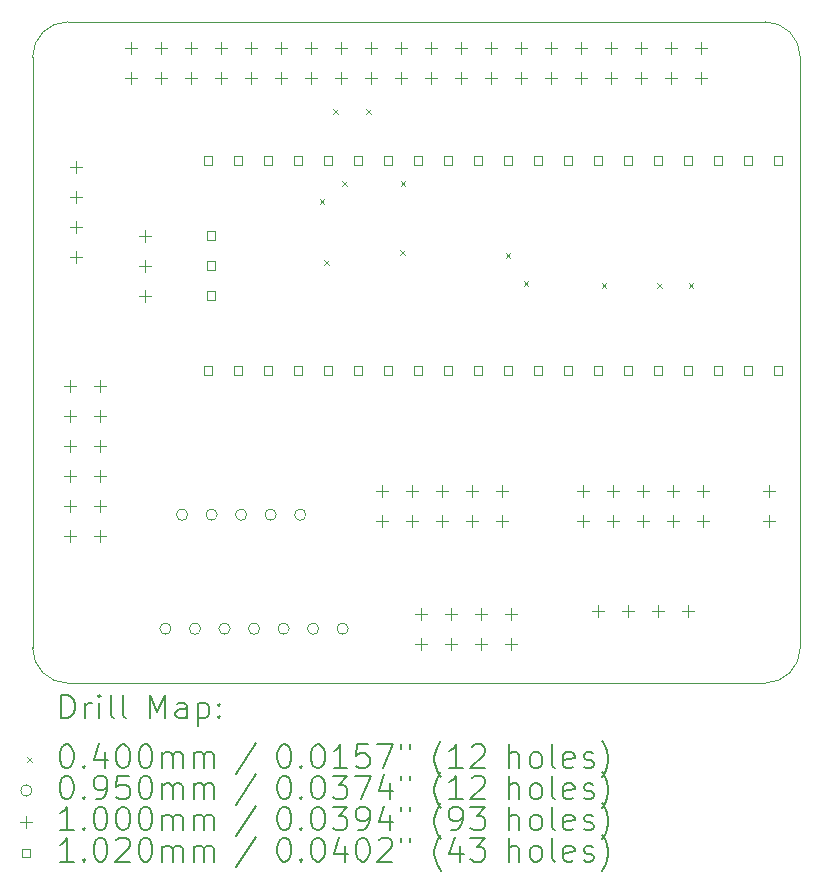
<source format=gbr>
%TF.GenerationSoftware,KiCad,Pcbnew,7.0.0-da2b9df05c~163~ubuntu22.04.1*%
%TF.CreationDate,2023-02-20T16:41:39+00:00*%
%TF.ProjectId,mt32pipico,6d743332-7069-4706-9963-6f2e6b696361,rev?*%
%TF.SameCoordinates,Original*%
%TF.FileFunction,Drillmap*%
%TF.FilePolarity,Positive*%
%FSLAX45Y45*%
G04 Gerber Fmt 4.5, Leading zero omitted, Abs format (unit mm)*
G04 Created by KiCad (PCBNEW 7.0.0-da2b9df05c~163~ubuntu22.04.1) date 2023-02-20 16:41:39*
%MOMM*%
%LPD*%
G01*
G04 APERTURE LIST*
%ADD10C,0.100000*%
%ADD11C,0.200000*%
%ADD12C,0.040000*%
%ADD13C,0.095000*%
%ADD14C,0.102000*%
G04 APERTURE END LIST*
D10*
X24978000Y-11108500D02*
X24978000Y-6108500D01*
X24678000Y-5808500D02*
X18778000Y-5808500D01*
X18478000Y-11108500D02*
G75*
G03*
X18778000Y-11408500I300000J0D01*
G01*
X18478000Y-9508500D02*
X18478000Y-11108500D01*
X24978000Y-6108500D02*
G75*
G03*
X24678000Y-5808500I-300000J0D01*
G01*
X24678000Y-11408500D02*
G75*
G03*
X24978000Y-11108500I0J300000D01*
G01*
X18478000Y-6108500D02*
X18478000Y-7708500D01*
X18778000Y-5808500D02*
G75*
G03*
X18478000Y-6108500I0J-300000D01*
G01*
X18478000Y-7708500D02*
X18478000Y-9508500D01*
X18778000Y-11408500D02*
X24678000Y-11408500D01*
D11*
D12*
X20908930Y-7309150D02*
X20948930Y-7349150D01*
X20948930Y-7309150D02*
X20908930Y-7349150D01*
X20947700Y-7828600D02*
X20987700Y-7868600D01*
X20987700Y-7828600D02*
X20947700Y-7868600D01*
X21023900Y-6545900D02*
X21063900Y-6585900D01*
X21063900Y-6545900D02*
X21023900Y-6585900D01*
X21100100Y-7155500D02*
X21140100Y-7195500D01*
X21140100Y-7155500D02*
X21100100Y-7195500D01*
X21303300Y-6545900D02*
X21343300Y-6585900D01*
X21343300Y-6545900D02*
X21303300Y-6585900D01*
X21588930Y-7743020D02*
X21628930Y-7783020D01*
X21628930Y-7743020D02*
X21588930Y-7783020D01*
X21595400Y-7155500D02*
X21635400Y-7195500D01*
X21635400Y-7155500D02*
X21595400Y-7195500D01*
X22484400Y-7766190D02*
X22524400Y-7806190D01*
X22524400Y-7766190D02*
X22484400Y-7806190D01*
X22636800Y-8006400D02*
X22676800Y-8046400D01*
X22676800Y-8006400D02*
X22636800Y-8046400D01*
X23297200Y-8019100D02*
X23337200Y-8059100D01*
X23337200Y-8019100D02*
X23297200Y-8059100D01*
X23767100Y-8019100D02*
X23807100Y-8059100D01*
X23807100Y-8019100D02*
X23767100Y-8059100D01*
X24033800Y-8019100D02*
X24073800Y-8059100D01*
X24073800Y-8019100D02*
X24033800Y-8059100D01*
D13*
X19650900Y-10947400D02*
G75*
G03*
X19650900Y-10947400I-47500J0D01*
G01*
X19791300Y-9982200D02*
G75*
G03*
X19791300Y-9982200I-47500J0D01*
G01*
X19900900Y-10947400D02*
G75*
G03*
X19900900Y-10947400I-47500J0D01*
G01*
X20041300Y-9982200D02*
G75*
G03*
X20041300Y-9982200I-47500J0D01*
G01*
X20150900Y-10947400D02*
G75*
G03*
X20150900Y-10947400I-47500J0D01*
G01*
X20291300Y-9982200D02*
G75*
G03*
X20291300Y-9982200I-47500J0D01*
G01*
X20400900Y-10947400D02*
G75*
G03*
X20400900Y-10947400I-47500J0D01*
G01*
X20541300Y-9982200D02*
G75*
G03*
X20541300Y-9982200I-47500J0D01*
G01*
X20650900Y-10947400D02*
G75*
G03*
X20650900Y-10947400I-47500J0D01*
G01*
X20791300Y-9982200D02*
G75*
G03*
X20791300Y-9982200I-47500J0D01*
G01*
X20900900Y-10947400D02*
G75*
G03*
X20900900Y-10947400I-47500J0D01*
G01*
X21150900Y-10947400D02*
G75*
G03*
X21150900Y-10947400I-47500J0D01*
G01*
D10*
X18796000Y-8840000D02*
X18796000Y-8940000D01*
X18746000Y-8890000D02*
X18846000Y-8890000D01*
X18796000Y-9094000D02*
X18796000Y-9194000D01*
X18746000Y-9144000D02*
X18846000Y-9144000D01*
X18796000Y-9348000D02*
X18796000Y-9448000D01*
X18746000Y-9398000D02*
X18846000Y-9398000D01*
X18796000Y-9602000D02*
X18796000Y-9702000D01*
X18746000Y-9652000D02*
X18846000Y-9652000D01*
X18796000Y-9856000D02*
X18796000Y-9956000D01*
X18746000Y-9906000D02*
X18846000Y-9906000D01*
X18796000Y-10110000D02*
X18796000Y-10210000D01*
X18746000Y-10160000D02*
X18846000Y-10160000D01*
X18846800Y-6985800D02*
X18846800Y-7085800D01*
X18796800Y-7035800D02*
X18896800Y-7035800D01*
X18846800Y-7239800D02*
X18846800Y-7339800D01*
X18796800Y-7289800D02*
X18896800Y-7289800D01*
X18846800Y-7493800D02*
X18846800Y-7593800D01*
X18796800Y-7543800D02*
X18896800Y-7543800D01*
X18846800Y-7747800D02*
X18846800Y-7847800D01*
X18796800Y-7797800D02*
X18896800Y-7797800D01*
X19050000Y-8840000D02*
X19050000Y-8940000D01*
X19000000Y-8890000D02*
X19100000Y-8890000D01*
X19050000Y-9094000D02*
X19050000Y-9194000D01*
X19000000Y-9144000D02*
X19100000Y-9144000D01*
X19050000Y-9348000D02*
X19050000Y-9448000D01*
X19000000Y-9398000D02*
X19100000Y-9398000D01*
X19050000Y-9602000D02*
X19050000Y-9702000D01*
X19000000Y-9652000D02*
X19100000Y-9652000D01*
X19050000Y-9856000D02*
X19050000Y-9956000D01*
X19000000Y-9906000D02*
X19100000Y-9906000D01*
X19050000Y-10110000D02*
X19050000Y-10210000D01*
X19000000Y-10160000D02*
X19100000Y-10160000D01*
X19315000Y-5981500D02*
X19315000Y-6081500D01*
X19265000Y-6031500D02*
X19365000Y-6031500D01*
X19315000Y-6235500D02*
X19315000Y-6335500D01*
X19265000Y-6285500D02*
X19365000Y-6285500D01*
X19431000Y-7570000D02*
X19431000Y-7670000D01*
X19381000Y-7620000D02*
X19481000Y-7620000D01*
X19431000Y-7824000D02*
X19431000Y-7924000D01*
X19381000Y-7874000D02*
X19481000Y-7874000D01*
X19431000Y-8078000D02*
X19431000Y-8178000D01*
X19381000Y-8128000D02*
X19481000Y-8128000D01*
X19569000Y-5981500D02*
X19569000Y-6081500D01*
X19519000Y-6031500D02*
X19619000Y-6031500D01*
X19569000Y-6235500D02*
X19569000Y-6335500D01*
X19519000Y-6285500D02*
X19619000Y-6285500D01*
X19823000Y-5981500D02*
X19823000Y-6081500D01*
X19773000Y-6031500D02*
X19873000Y-6031500D01*
X19823000Y-6235500D02*
X19823000Y-6335500D01*
X19773000Y-6285500D02*
X19873000Y-6285500D01*
X20077000Y-5981500D02*
X20077000Y-6081500D01*
X20027000Y-6031500D02*
X20127000Y-6031500D01*
X20077000Y-6235500D02*
X20077000Y-6335500D01*
X20027000Y-6285500D02*
X20127000Y-6285500D01*
X20331000Y-5981500D02*
X20331000Y-6081500D01*
X20281000Y-6031500D02*
X20381000Y-6031500D01*
X20331000Y-6235500D02*
X20331000Y-6335500D01*
X20281000Y-6285500D02*
X20381000Y-6285500D01*
X20585000Y-5981500D02*
X20585000Y-6081500D01*
X20535000Y-6031500D02*
X20635000Y-6031500D01*
X20585000Y-6235500D02*
X20585000Y-6335500D01*
X20535000Y-6285500D02*
X20635000Y-6285500D01*
X20839000Y-5981500D02*
X20839000Y-6081500D01*
X20789000Y-6031500D02*
X20889000Y-6031500D01*
X20839000Y-6235500D02*
X20839000Y-6335500D01*
X20789000Y-6285500D02*
X20889000Y-6285500D01*
X21093000Y-5981500D02*
X21093000Y-6081500D01*
X21043000Y-6031500D02*
X21143000Y-6031500D01*
X21093000Y-6235500D02*
X21093000Y-6335500D01*
X21043000Y-6285500D02*
X21143000Y-6285500D01*
X21347000Y-5981500D02*
X21347000Y-6081500D01*
X21297000Y-6031500D02*
X21397000Y-6031500D01*
X21347000Y-6235500D02*
X21347000Y-6335500D01*
X21297000Y-6285500D02*
X21397000Y-6285500D01*
X21437600Y-9729000D02*
X21437600Y-9829000D01*
X21387600Y-9779000D02*
X21487600Y-9779000D01*
X21437600Y-9983000D02*
X21437600Y-10083000D01*
X21387600Y-10033000D02*
X21487600Y-10033000D01*
X21601000Y-5981500D02*
X21601000Y-6081500D01*
X21551000Y-6031500D02*
X21651000Y-6031500D01*
X21601000Y-6235500D02*
X21601000Y-6335500D01*
X21551000Y-6285500D02*
X21651000Y-6285500D01*
X21691600Y-9729000D02*
X21691600Y-9829000D01*
X21641600Y-9779000D02*
X21741600Y-9779000D01*
X21691600Y-9983000D02*
X21691600Y-10083000D01*
X21641600Y-10033000D02*
X21741600Y-10033000D01*
X21767800Y-10770400D02*
X21767800Y-10870400D01*
X21717800Y-10820400D02*
X21817800Y-10820400D01*
X21767800Y-11024400D02*
X21767800Y-11124400D01*
X21717800Y-11074400D02*
X21817800Y-11074400D01*
X21855000Y-5981500D02*
X21855000Y-6081500D01*
X21805000Y-6031500D02*
X21905000Y-6031500D01*
X21855000Y-6235500D02*
X21855000Y-6335500D01*
X21805000Y-6285500D02*
X21905000Y-6285500D01*
X21945600Y-9729000D02*
X21945600Y-9829000D01*
X21895600Y-9779000D02*
X21995600Y-9779000D01*
X21945600Y-9983000D02*
X21945600Y-10083000D01*
X21895600Y-10033000D02*
X21995600Y-10033000D01*
X22021800Y-10770400D02*
X22021800Y-10870400D01*
X21971800Y-10820400D02*
X22071800Y-10820400D01*
X22021800Y-11024400D02*
X22021800Y-11124400D01*
X21971800Y-11074400D02*
X22071800Y-11074400D01*
X22109000Y-5981500D02*
X22109000Y-6081500D01*
X22059000Y-6031500D02*
X22159000Y-6031500D01*
X22109000Y-6235500D02*
X22109000Y-6335500D01*
X22059000Y-6285500D02*
X22159000Y-6285500D01*
X22199600Y-9729000D02*
X22199600Y-9829000D01*
X22149600Y-9779000D02*
X22249600Y-9779000D01*
X22199600Y-9983000D02*
X22199600Y-10083000D01*
X22149600Y-10033000D02*
X22249600Y-10033000D01*
X22275800Y-10770400D02*
X22275800Y-10870400D01*
X22225800Y-10820400D02*
X22325800Y-10820400D01*
X22275800Y-11024400D02*
X22275800Y-11124400D01*
X22225800Y-11074400D02*
X22325800Y-11074400D01*
X22363000Y-5981500D02*
X22363000Y-6081500D01*
X22313000Y-6031500D02*
X22413000Y-6031500D01*
X22363000Y-6235500D02*
X22363000Y-6335500D01*
X22313000Y-6285500D02*
X22413000Y-6285500D01*
X22453600Y-9729000D02*
X22453600Y-9829000D01*
X22403600Y-9779000D02*
X22503600Y-9779000D01*
X22453600Y-9983000D02*
X22453600Y-10083000D01*
X22403600Y-10033000D02*
X22503600Y-10033000D01*
X22529800Y-10770400D02*
X22529800Y-10870400D01*
X22479800Y-10820400D02*
X22579800Y-10820400D01*
X22529800Y-11024400D02*
X22529800Y-11124400D01*
X22479800Y-11074400D02*
X22579800Y-11074400D01*
X22617000Y-5981500D02*
X22617000Y-6081500D01*
X22567000Y-6031500D02*
X22667000Y-6031500D01*
X22617000Y-6235500D02*
X22617000Y-6335500D01*
X22567000Y-6285500D02*
X22667000Y-6285500D01*
X22871000Y-5981500D02*
X22871000Y-6081500D01*
X22821000Y-6031500D02*
X22921000Y-6031500D01*
X22871000Y-6235500D02*
X22871000Y-6335500D01*
X22821000Y-6285500D02*
X22921000Y-6285500D01*
X23125000Y-5981500D02*
X23125000Y-6081500D01*
X23075000Y-6031500D02*
X23175000Y-6031500D01*
X23125000Y-6235500D02*
X23125000Y-6335500D01*
X23075000Y-6285500D02*
X23175000Y-6285500D01*
X23139400Y-9729000D02*
X23139400Y-9829000D01*
X23089400Y-9779000D02*
X23189400Y-9779000D01*
X23139400Y-9983000D02*
X23139400Y-10083000D01*
X23089400Y-10033000D02*
X23189400Y-10033000D01*
X23265400Y-10745000D02*
X23265400Y-10845000D01*
X23215400Y-10795000D02*
X23315400Y-10795000D01*
X23379000Y-5981500D02*
X23379000Y-6081500D01*
X23329000Y-6031500D02*
X23429000Y-6031500D01*
X23379000Y-6235500D02*
X23379000Y-6335500D01*
X23329000Y-6285500D02*
X23429000Y-6285500D01*
X23393400Y-9729000D02*
X23393400Y-9829000D01*
X23343400Y-9779000D02*
X23443400Y-9779000D01*
X23393400Y-9983000D02*
X23393400Y-10083000D01*
X23343400Y-10033000D02*
X23443400Y-10033000D01*
X23519400Y-10745000D02*
X23519400Y-10845000D01*
X23469400Y-10795000D02*
X23569400Y-10795000D01*
X23633000Y-5981500D02*
X23633000Y-6081500D01*
X23583000Y-6031500D02*
X23683000Y-6031500D01*
X23633000Y-6235500D02*
X23633000Y-6335500D01*
X23583000Y-6285500D02*
X23683000Y-6285500D01*
X23647400Y-9729000D02*
X23647400Y-9829000D01*
X23597400Y-9779000D02*
X23697400Y-9779000D01*
X23647400Y-9983000D02*
X23647400Y-10083000D01*
X23597400Y-10033000D02*
X23697400Y-10033000D01*
X23773400Y-10745000D02*
X23773400Y-10845000D01*
X23723400Y-10795000D02*
X23823400Y-10795000D01*
X23887000Y-5981500D02*
X23887000Y-6081500D01*
X23837000Y-6031500D02*
X23937000Y-6031500D01*
X23887000Y-6235500D02*
X23887000Y-6335500D01*
X23837000Y-6285500D02*
X23937000Y-6285500D01*
X23901400Y-9729000D02*
X23901400Y-9829000D01*
X23851400Y-9779000D02*
X23951400Y-9779000D01*
X23901400Y-9983000D02*
X23901400Y-10083000D01*
X23851400Y-10033000D02*
X23951400Y-10033000D01*
X24027400Y-10745000D02*
X24027400Y-10845000D01*
X23977400Y-10795000D02*
X24077400Y-10795000D01*
X24141000Y-5981500D02*
X24141000Y-6081500D01*
X24091000Y-6031500D02*
X24191000Y-6031500D01*
X24141000Y-6235500D02*
X24141000Y-6335500D01*
X24091000Y-6285500D02*
X24191000Y-6285500D01*
X24155400Y-9729000D02*
X24155400Y-9829000D01*
X24105400Y-9779000D02*
X24205400Y-9779000D01*
X24155400Y-9983000D02*
X24155400Y-10083000D01*
X24105400Y-10033000D02*
X24205400Y-10033000D01*
X24714200Y-9728500D02*
X24714200Y-9828500D01*
X24664200Y-9778500D02*
X24764200Y-9778500D01*
X24714200Y-9982500D02*
X24714200Y-10082500D01*
X24664200Y-10032500D02*
X24764200Y-10032500D01*
D14*
X20000463Y-7021063D02*
X20000463Y-6948937D01*
X19928337Y-6948937D01*
X19928337Y-7021063D01*
X20000463Y-7021063D01*
X20000463Y-8799063D02*
X20000463Y-8726937D01*
X19928337Y-8726937D01*
X19928337Y-8799063D01*
X20000463Y-8799063D01*
X20023463Y-7656063D02*
X20023463Y-7583937D01*
X19951337Y-7583937D01*
X19951337Y-7656063D01*
X20023463Y-7656063D01*
X20023463Y-7910063D02*
X20023463Y-7837937D01*
X19951337Y-7837937D01*
X19951337Y-7910063D01*
X20023463Y-7910063D01*
X20023463Y-8164063D02*
X20023463Y-8091937D01*
X19951337Y-8091937D01*
X19951337Y-8164063D01*
X20023463Y-8164063D01*
X20254463Y-7021063D02*
X20254463Y-6948937D01*
X20182337Y-6948937D01*
X20182337Y-7021063D01*
X20254463Y-7021063D01*
X20254463Y-8799063D02*
X20254463Y-8726937D01*
X20182337Y-8726937D01*
X20182337Y-8799063D01*
X20254463Y-8799063D01*
X20508463Y-7021063D02*
X20508463Y-6948937D01*
X20436337Y-6948937D01*
X20436337Y-7021063D01*
X20508463Y-7021063D01*
X20508463Y-8799063D02*
X20508463Y-8726937D01*
X20436337Y-8726937D01*
X20436337Y-8799063D01*
X20508463Y-8799063D01*
X20762463Y-7021063D02*
X20762463Y-6948937D01*
X20690337Y-6948937D01*
X20690337Y-7021063D01*
X20762463Y-7021063D01*
X20762463Y-8799063D02*
X20762463Y-8726937D01*
X20690337Y-8726937D01*
X20690337Y-8799063D01*
X20762463Y-8799063D01*
X21016463Y-7021063D02*
X21016463Y-6948937D01*
X20944337Y-6948937D01*
X20944337Y-7021063D01*
X21016463Y-7021063D01*
X21016463Y-8799063D02*
X21016463Y-8726937D01*
X20944337Y-8726937D01*
X20944337Y-8799063D01*
X21016463Y-8799063D01*
X21270463Y-7021063D02*
X21270463Y-6948937D01*
X21198337Y-6948937D01*
X21198337Y-7021063D01*
X21270463Y-7021063D01*
X21270463Y-8799063D02*
X21270463Y-8726937D01*
X21198337Y-8726937D01*
X21198337Y-8799063D01*
X21270463Y-8799063D01*
X21524463Y-7021063D02*
X21524463Y-6948937D01*
X21452337Y-6948937D01*
X21452337Y-7021063D01*
X21524463Y-7021063D01*
X21524463Y-8799063D02*
X21524463Y-8726937D01*
X21452337Y-8726937D01*
X21452337Y-8799063D01*
X21524463Y-8799063D01*
X21778463Y-7021063D02*
X21778463Y-6948937D01*
X21706337Y-6948937D01*
X21706337Y-7021063D01*
X21778463Y-7021063D01*
X21778463Y-8799063D02*
X21778463Y-8726937D01*
X21706337Y-8726937D01*
X21706337Y-8799063D01*
X21778463Y-8799063D01*
X22032463Y-7021063D02*
X22032463Y-6948937D01*
X21960337Y-6948937D01*
X21960337Y-7021063D01*
X22032463Y-7021063D01*
X22032463Y-8799063D02*
X22032463Y-8726937D01*
X21960337Y-8726937D01*
X21960337Y-8799063D01*
X22032463Y-8799063D01*
X22286463Y-7021063D02*
X22286463Y-6948937D01*
X22214337Y-6948937D01*
X22214337Y-7021063D01*
X22286463Y-7021063D01*
X22286463Y-8799063D02*
X22286463Y-8726937D01*
X22214337Y-8726937D01*
X22214337Y-8799063D01*
X22286463Y-8799063D01*
X22540463Y-7021063D02*
X22540463Y-6948937D01*
X22468337Y-6948937D01*
X22468337Y-7021063D01*
X22540463Y-7021063D01*
X22540463Y-8799063D02*
X22540463Y-8726937D01*
X22468337Y-8726937D01*
X22468337Y-8799063D01*
X22540463Y-8799063D01*
X22794463Y-7021063D02*
X22794463Y-6948937D01*
X22722337Y-6948937D01*
X22722337Y-7021063D01*
X22794463Y-7021063D01*
X22794463Y-8799063D02*
X22794463Y-8726937D01*
X22722337Y-8726937D01*
X22722337Y-8799063D01*
X22794463Y-8799063D01*
X23048463Y-7021063D02*
X23048463Y-6948937D01*
X22976337Y-6948937D01*
X22976337Y-7021063D01*
X23048463Y-7021063D01*
X23048463Y-8799063D02*
X23048463Y-8726937D01*
X22976337Y-8726937D01*
X22976337Y-8799063D01*
X23048463Y-8799063D01*
X23302463Y-7021063D02*
X23302463Y-6948937D01*
X23230337Y-6948937D01*
X23230337Y-7021063D01*
X23302463Y-7021063D01*
X23302463Y-8799063D02*
X23302463Y-8726937D01*
X23230337Y-8726937D01*
X23230337Y-8799063D01*
X23302463Y-8799063D01*
X23556463Y-7021063D02*
X23556463Y-6948937D01*
X23484337Y-6948937D01*
X23484337Y-7021063D01*
X23556463Y-7021063D01*
X23556463Y-8799063D02*
X23556463Y-8726937D01*
X23484337Y-8726937D01*
X23484337Y-8799063D01*
X23556463Y-8799063D01*
X23810463Y-7021063D02*
X23810463Y-6948937D01*
X23738337Y-6948937D01*
X23738337Y-7021063D01*
X23810463Y-7021063D01*
X23810463Y-8799063D02*
X23810463Y-8726937D01*
X23738337Y-8726937D01*
X23738337Y-8799063D01*
X23810463Y-8799063D01*
X24064463Y-7021063D02*
X24064463Y-6948937D01*
X23992337Y-6948937D01*
X23992337Y-7021063D01*
X24064463Y-7021063D01*
X24064463Y-8799063D02*
X24064463Y-8726937D01*
X23992337Y-8726937D01*
X23992337Y-8799063D01*
X24064463Y-8799063D01*
X24318463Y-7021063D02*
X24318463Y-6948937D01*
X24246337Y-6948937D01*
X24246337Y-7021063D01*
X24318463Y-7021063D01*
X24318463Y-8799063D02*
X24318463Y-8726937D01*
X24246337Y-8726937D01*
X24246337Y-8799063D01*
X24318463Y-8799063D01*
X24572463Y-7021063D02*
X24572463Y-6948937D01*
X24500337Y-6948937D01*
X24500337Y-7021063D01*
X24572463Y-7021063D01*
X24572463Y-8799063D02*
X24572463Y-8726937D01*
X24500337Y-8726937D01*
X24500337Y-8799063D01*
X24572463Y-8799063D01*
X24826463Y-7021063D02*
X24826463Y-6948937D01*
X24754337Y-6948937D01*
X24754337Y-7021063D01*
X24826463Y-7021063D01*
X24826463Y-8799063D02*
X24826463Y-8726937D01*
X24754337Y-8726937D01*
X24754337Y-8799063D01*
X24826463Y-8799063D01*
D11*
X18720619Y-11706976D02*
X18720619Y-11506976D01*
X18720619Y-11506976D02*
X18768238Y-11506976D01*
X18768238Y-11506976D02*
X18796810Y-11516500D01*
X18796810Y-11516500D02*
X18815857Y-11535548D01*
X18815857Y-11535548D02*
X18825381Y-11554595D01*
X18825381Y-11554595D02*
X18834905Y-11592690D01*
X18834905Y-11592690D02*
X18834905Y-11621262D01*
X18834905Y-11621262D02*
X18825381Y-11659357D01*
X18825381Y-11659357D02*
X18815857Y-11678405D01*
X18815857Y-11678405D02*
X18796810Y-11697452D01*
X18796810Y-11697452D02*
X18768238Y-11706976D01*
X18768238Y-11706976D02*
X18720619Y-11706976D01*
X18920619Y-11706976D02*
X18920619Y-11573643D01*
X18920619Y-11611738D02*
X18930143Y-11592690D01*
X18930143Y-11592690D02*
X18939667Y-11583167D01*
X18939667Y-11583167D02*
X18958714Y-11573643D01*
X18958714Y-11573643D02*
X18977762Y-11573643D01*
X19044429Y-11706976D02*
X19044429Y-11573643D01*
X19044429Y-11506976D02*
X19034905Y-11516500D01*
X19034905Y-11516500D02*
X19044429Y-11526024D01*
X19044429Y-11526024D02*
X19053952Y-11516500D01*
X19053952Y-11516500D02*
X19044429Y-11506976D01*
X19044429Y-11506976D02*
X19044429Y-11526024D01*
X19168238Y-11706976D02*
X19149190Y-11697452D01*
X19149190Y-11697452D02*
X19139667Y-11678405D01*
X19139667Y-11678405D02*
X19139667Y-11506976D01*
X19273000Y-11706976D02*
X19253952Y-11697452D01*
X19253952Y-11697452D02*
X19244429Y-11678405D01*
X19244429Y-11678405D02*
X19244429Y-11506976D01*
X19469190Y-11706976D02*
X19469190Y-11506976D01*
X19469190Y-11506976D02*
X19535857Y-11649833D01*
X19535857Y-11649833D02*
X19602524Y-11506976D01*
X19602524Y-11506976D02*
X19602524Y-11706976D01*
X19783476Y-11706976D02*
X19783476Y-11602214D01*
X19783476Y-11602214D02*
X19773952Y-11583167D01*
X19773952Y-11583167D02*
X19754905Y-11573643D01*
X19754905Y-11573643D02*
X19716809Y-11573643D01*
X19716809Y-11573643D02*
X19697762Y-11583167D01*
X19783476Y-11697452D02*
X19764429Y-11706976D01*
X19764429Y-11706976D02*
X19716809Y-11706976D01*
X19716809Y-11706976D02*
X19697762Y-11697452D01*
X19697762Y-11697452D02*
X19688238Y-11678405D01*
X19688238Y-11678405D02*
X19688238Y-11659357D01*
X19688238Y-11659357D02*
X19697762Y-11640309D01*
X19697762Y-11640309D02*
X19716809Y-11630786D01*
X19716809Y-11630786D02*
X19764429Y-11630786D01*
X19764429Y-11630786D02*
X19783476Y-11621262D01*
X19878714Y-11573643D02*
X19878714Y-11773643D01*
X19878714Y-11583167D02*
X19897762Y-11573643D01*
X19897762Y-11573643D02*
X19935857Y-11573643D01*
X19935857Y-11573643D02*
X19954905Y-11583167D01*
X19954905Y-11583167D02*
X19964429Y-11592690D01*
X19964429Y-11592690D02*
X19973952Y-11611738D01*
X19973952Y-11611738D02*
X19973952Y-11668881D01*
X19973952Y-11668881D02*
X19964429Y-11687928D01*
X19964429Y-11687928D02*
X19954905Y-11697452D01*
X19954905Y-11697452D02*
X19935857Y-11706976D01*
X19935857Y-11706976D02*
X19897762Y-11706976D01*
X19897762Y-11706976D02*
X19878714Y-11697452D01*
X20059667Y-11687928D02*
X20069190Y-11697452D01*
X20069190Y-11697452D02*
X20059667Y-11706976D01*
X20059667Y-11706976D02*
X20050143Y-11697452D01*
X20050143Y-11697452D02*
X20059667Y-11687928D01*
X20059667Y-11687928D02*
X20059667Y-11706976D01*
X20059667Y-11583167D02*
X20069190Y-11592690D01*
X20069190Y-11592690D02*
X20059667Y-11602214D01*
X20059667Y-11602214D02*
X20050143Y-11592690D01*
X20050143Y-11592690D02*
X20059667Y-11583167D01*
X20059667Y-11583167D02*
X20059667Y-11602214D01*
D12*
X18433000Y-12033500D02*
X18473000Y-12073500D01*
X18473000Y-12033500D02*
X18433000Y-12073500D01*
D11*
X18758714Y-11926976D02*
X18777762Y-11926976D01*
X18777762Y-11926976D02*
X18796810Y-11936500D01*
X18796810Y-11936500D02*
X18806333Y-11946024D01*
X18806333Y-11946024D02*
X18815857Y-11965071D01*
X18815857Y-11965071D02*
X18825381Y-12003167D01*
X18825381Y-12003167D02*
X18825381Y-12050786D01*
X18825381Y-12050786D02*
X18815857Y-12088881D01*
X18815857Y-12088881D02*
X18806333Y-12107928D01*
X18806333Y-12107928D02*
X18796810Y-12117452D01*
X18796810Y-12117452D02*
X18777762Y-12126976D01*
X18777762Y-12126976D02*
X18758714Y-12126976D01*
X18758714Y-12126976D02*
X18739667Y-12117452D01*
X18739667Y-12117452D02*
X18730143Y-12107928D01*
X18730143Y-12107928D02*
X18720619Y-12088881D01*
X18720619Y-12088881D02*
X18711095Y-12050786D01*
X18711095Y-12050786D02*
X18711095Y-12003167D01*
X18711095Y-12003167D02*
X18720619Y-11965071D01*
X18720619Y-11965071D02*
X18730143Y-11946024D01*
X18730143Y-11946024D02*
X18739667Y-11936500D01*
X18739667Y-11936500D02*
X18758714Y-11926976D01*
X18911095Y-12107928D02*
X18920619Y-12117452D01*
X18920619Y-12117452D02*
X18911095Y-12126976D01*
X18911095Y-12126976D02*
X18901571Y-12117452D01*
X18901571Y-12117452D02*
X18911095Y-12107928D01*
X18911095Y-12107928D02*
X18911095Y-12126976D01*
X19092048Y-11993643D02*
X19092048Y-12126976D01*
X19044429Y-11917452D02*
X18996810Y-12060309D01*
X18996810Y-12060309D02*
X19120619Y-12060309D01*
X19234905Y-11926976D02*
X19253952Y-11926976D01*
X19253952Y-11926976D02*
X19273000Y-11936500D01*
X19273000Y-11936500D02*
X19282524Y-11946024D01*
X19282524Y-11946024D02*
X19292048Y-11965071D01*
X19292048Y-11965071D02*
X19301571Y-12003167D01*
X19301571Y-12003167D02*
X19301571Y-12050786D01*
X19301571Y-12050786D02*
X19292048Y-12088881D01*
X19292048Y-12088881D02*
X19282524Y-12107928D01*
X19282524Y-12107928D02*
X19273000Y-12117452D01*
X19273000Y-12117452D02*
X19253952Y-12126976D01*
X19253952Y-12126976D02*
X19234905Y-12126976D01*
X19234905Y-12126976D02*
X19215857Y-12117452D01*
X19215857Y-12117452D02*
X19206333Y-12107928D01*
X19206333Y-12107928D02*
X19196810Y-12088881D01*
X19196810Y-12088881D02*
X19187286Y-12050786D01*
X19187286Y-12050786D02*
X19187286Y-12003167D01*
X19187286Y-12003167D02*
X19196810Y-11965071D01*
X19196810Y-11965071D02*
X19206333Y-11946024D01*
X19206333Y-11946024D02*
X19215857Y-11936500D01*
X19215857Y-11936500D02*
X19234905Y-11926976D01*
X19425381Y-11926976D02*
X19444429Y-11926976D01*
X19444429Y-11926976D02*
X19463476Y-11936500D01*
X19463476Y-11936500D02*
X19473000Y-11946024D01*
X19473000Y-11946024D02*
X19482524Y-11965071D01*
X19482524Y-11965071D02*
X19492048Y-12003167D01*
X19492048Y-12003167D02*
X19492048Y-12050786D01*
X19492048Y-12050786D02*
X19482524Y-12088881D01*
X19482524Y-12088881D02*
X19473000Y-12107928D01*
X19473000Y-12107928D02*
X19463476Y-12117452D01*
X19463476Y-12117452D02*
X19444429Y-12126976D01*
X19444429Y-12126976D02*
X19425381Y-12126976D01*
X19425381Y-12126976D02*
X19406333Y-12117452D01*
X19406333Y-12117452D02*
X19396810Y-12107928D01*
X19396810Y-12107928D02*
X19387286Y-12088881D01*
X19387286Y-12088881D02*
X19377762Y-12050786D01*
X19377762Y-12050786D02*
X19377762Y-12003167D01*
X19377762Y-12003167D02*
X19387286Y-11965071D01*
X19387286Y-11965071D02*
X19396810Y-11946024D01*
X19396810Y-11946024D02*
X19406333Y-11936500D01*
X19406333Y-11936500D02*
X19425381Y-11926976D01*
X19577762Y-12126976D02*
X19577762Y-11993643D01*
X19577762Y-12012690D02*
X19587286Y-12003167D01*
X19587286Y-12003167D02*
X19606333Y-11993643D01*
X19606333Y-11993643D02*
X19634905Y-11993643D01*
X19634905Y-11993643D02*
X19653952Y-12003167D01*
X19653952Y-12003167D02*
X19663476Y-12022214D01*
X19663476Y-12022214D02*
X19663476Y-12126976D01*
X19663476Y-12022214D02*
X19673000Y-12003167D01*
X19673000Y-12003167D02*
X19692048Y-11993643D01*
X19692048Y-11993643D02*
X19720619Y-11993643D01*
X19720619Y-11993643D02*
X19739667Y-12003167D01*
X19739667Y-12003167D02*
X19749191Y-12022214D01*
X19749191Y-12022214D02*
X19749191Y-12126976D01*
X19844429Y-12126976D02*
X19844429Y-11993643D01*
X19844429Y-12012690D02*
X19853952Y-12003167D01*
X19853952Y-12003167D02*
X19873000Y-11993643D01*
X19873000Y-11993643D02*
X19901572Y-11993643D01*
X19901572Y-11993643D02*
X19920619Y-12003167D01*
X19920619Y-12003167D02*
X19930143Y-12022214D01*
X19930143Y-12022214D02*
X19930143Y-12126976D01*
X19930143Y-12022214D02*
X19939667Y-12003167D01*
X19939667Y-12003167D02*
X19958714Y-11993643D01*
X19958714Y-11993643D02*
X19987286Y-11993643D01*
X19987286Y-11993643D02*
X20006333Y-12003167D01*
X20006333Y-12003167D02*
X20015857Y-12022214D01*
X20015857Y-12022214D02*
X20015857Y-12126976D01*
X20373952Y-11917452D02*
X20202524Y-12174595D01*
X20598714Y-11926976D02*
X20617762Y-11926976D01*
X20617762Y-11926976D02*
X20636810Y-11936500D01*
X20636810Y-11936500D02*
X20646333Y-11946024D01*
X20646333Y-11946024D02*
X20655857Y-11965071D01*
X20655857Y-11965071D02*
X20665381Y-12003167D01*
X20665381Y-12003167D02*
X20665381Y-12050786D01*
X20665381Y-12050786D02*
X20655857Y-12088881D01*
X20655857Y-12088881D02*
X20646333Y-12107928D01*
X20646333Y-12107928D02*
X20636810Y-12117452D01*
X20636810Y-12117452D02*
X20617762Y-12126976D01*
X20617762Y-12126976D02*
X20598714Y-12126976D01*
X20598714Y-12126976D02*
X20579667Y-12117452D01*
X20579667Y-12117452D02*
X20570143Y-12107928D01*
X20570143Y-12107928D02*
X20560619Y-12088881D01*
X20560619Y-12088881D02*
X20551095Y-12050786D01*
X20551095Y-12050786D02*
X20551095Y-12003167D01*
X20551095Y-12003167D02*
X20560619Y-11965071D01*
X20560619Y-11965071D02*
X20570143Y-11946024D01*
X20570143Y-11946024D02*
X20579667Y-11936500D01*
X20579667Y-11936500D02*
X20598714Y-11926976D01*
X20751095Y-12107928D02*
X20760619Y-12117452D01*
X20760619Y-12117452D02*
X20751095Y-12126976D01*
X20751095Y-12126976D02*
X20741572Y-12117452D01*
X20741572Y-12117452D02*
X20751095Y-12107928D01*
X20751095Y-12107928D02*
X20751095Y-12126976D01*
X20884429Y-11926976D02*
X20903476Y-11926976D01*
X20903476Y-11926976D02*
X20922524Y-11936500D01*
X20922524Y-11936500D02*
X20932048Y-11946024D01*
X20932048Y-11946024D02*
X20941572Y-11965071D01*
X20941572Y-11965071D02*
X20951095Y-12003167D01*
X20951095Y-12003167D02*
X20951095Y-12050786D01*
X20951095Y-12050786D02*
X20941572Y-12088881D01*
X20941572Y-12088881D02*
X20932048Y-12107928D01*
X20932048Y-12107928D02*
X20922524Y-12117452D01*
X20922524Y-12117452D02*
X20903476Y-12126976D01*
X20903476Y-12126976D02*
X20884429Y-12126976D01*
X20884429Y-12126976D02*
X20865381Y-12117452D01*
X20865381Y-12117452D02*
X20855857Y-12107928D01*
X20855857Y-12107928D02*
X20846333Y-12088881D01*
X20846333Y-12088881D02*
X20836810Y-12050786D01*
X20836810Y-12050786D02*
X20836810Y-12003167D01*
X20836810Y-12003167D02*
X20846333Y-11965071D01*
X20846333Y-11965071D02*
X20855857Y-11946024D01*
X20855857Y-11946024D02*
X20865381Y-11936500D01*
X20865381Y-11936500D02*
X20884429Y-11926976D01*
X21141572Y-12126976D02*
X21027286Y-12126976D01*
X21084429Y-12126976D02*
X21084429Y-11926976D01*
X21084429Y-11926976D02*
X21065381Y-11955548D01*
X21065381Y-11955548D02*
X21046333Y-11974595D01*
X21046333Y-11974595D02*
X21027286Y-11984119D01*
X21322524Y-11926976D02*
X21227286Y-11926976D01*
X21227286Y-11926976D02*
X21217762Y-12022214D01*
X21217762Y-12022214D02*
X21227286Y-12012690D01*
X21227286Y-12012690D02*
X21246333Y-12003167D01*
X21246333Y-12003167D02*
X21293953Y-12003167D01*
X21293953Y-12003167D02*
X21313000Y-12012690D01*
X21313000Y-12012690D02*
X21322524Y-12022214D01*
X21322524Y-12022214D02*
X21332048Y-12041262D01*
X21332048Y-12041262D02*
X21332048Y-12088881D01*
X21332048Y-12088881D02*
X21322524Y-12107928D01*
X21322524Y-12107928D02*
X21313000Y-12117452D01*
X21313000Y-12117452D02*
X21293953Y-12126976D01*
X21293953Y-12126976D02*
X21246333Y-12126976D01*
X21246333Y-12126976D02*
X21227286Y-12117452D01*
X21227286Y-12117452D02*
X21217762Y-12107928D01*
X21398714Y-11926976D02*
X21532048Y-11926976D01*
X21532048Y-11926976D02*
X21446333Y-12126976D01*
X21598714Y-11926976D02*
X21598714Y-11965071D01*
X21674905Y-11926976D02*
X21674905Y-11965071D01*
X21937762Y-12203167D02*
X21928238Y-12193643D01*
X21928238Y-12193643D02*
X21909191Y-12165071D01*
X21909191Y-12165071D02*
X21899667Y-12146024D01*
X21899667Y-12146024D02*
X21890143Y-12117452D01*
X21890143Y-12117452D02*
X21880619Y-12069833D01*
X21880619Y-12069833D02*
X21880619Y-12031738D01*
X21880619Y-12031738D02*
X21890143Y-11984119D01*
X21890143Y-11984119D02*
X21899667Y-11955548D01*
X21899667Y-11955548D02*
X21909191Y-11936500D01*
X21909191Y-11936500D02*
X21928238Y-11907928D01*
X21928238Y-11907928D02*
X21937762Y-11898405D01*
X22118714Y-12126976D02*
X22004429Y-12126976D01*
X22061572Y-12126976D02*
X22061572Y-11926976D01*
X22061572Y-11926976D02*
X22042524Y-11955548D01*
X22042524Y-11955548D02*
X22023476Y-11974595D01*
X22023476Y-11974595D02*
X22004429Y-11984119D01*
X22194905Y-11946024D02*
X22204429Y-11936500D01*
X22204429Y-11936500D02*
X22223476Y-11926976D01*
X22223476Y-11926976D02*
X22271095Y-11926976D01*
X22271095Y-11926976D02*
X22290143Y-11936500D01*
X22290143Y-11936500D02*
X22299667Y-11946024D01*
X22299667Y-11946024D02*
X22309191Y-11965071D01*
X22309191Y-11965071D02*
X22309191Y-11984119D01*
X22309191Y-11984119D02*
X22299667Y-12012690D01*
X22299667Y-12012690D02*
X22185381Y-12126976D01*
X22185381Y-12126976D02*
X22309191Y-12126976D01*
X22514905Y-12126976D02*
X22514905Y-11926976D01*
X22600619Y-12126976D02*
X22600619Y-12022214D01*
X22600619Y-12022214D02*
X22591095Y-12003167D01*
X22591095Y-12003167D02*
X22572048Y-11993643D01*
X22572048Y-11993643D02*
X22543476Y-11993643D01*
X22543476Y-11993643D02*
X22524429Y-12003167D01*
X22524429Y-12003167D02*
X22514905Y-12012690D01*
X22724429Y-12126976D02*
X22705381Y-12117452D01*
X22705381Y-12117452D02*
X22695857Y-12107928D01*
X22695857Y-12107928D02*
X22686333Y-12088881D01*
X22686333Y-12088881D02*
X22686333Y-12031738D01*
X22686333Y-12031738D02*
X22695857Y-12012690D01*
X22695857Y-12012690D02*
X22705381Y-12003167D01*
X22705381Y-12003167D02*
X22724429Y-11993643D01*
X22724429Y-11993643D02*
X22753000Y-11993643D01*
X22753000Y-11993643D02*
X22772048Y-12003167D01*
X22772048Y-12003167D02*
X22781572Y-12012690D01*
X22781572Y-12012690D02*
X22791095Y-12031738D01*
X22791095Y-12031738D02*
X22791095Y-12088881D01*
X22791095Y-12088881D02*
X22781572Y-12107928D01*
X22781572Y-12107928D02*
X22772048Y-12117452D01*
X22772048Y-12117452D02*
X22753000Y-12126976D01*
X22753000Y-12126976D02*
X22724429Y-12126976D01*
X22905381Y-12126976D02*
X22886333Y-12117452D01*
X22886333Y-12117452D02*
X22876810Y-12098405D01*
X22876810Y-12098405D02*
X22876810Y-11926976D01*
X23057762Y-12117452D02*
X23038714Y-12126976D01*
X23038714Y-12126976D02*
X23000619Y-12126976D01*
X23000619Y-12126976D02*
X22981572Y-12117452D01*
X22981572Y-12117452D02*
X22972048Y-12098405D01*
X22972048Y-12098405D02*
X22972048Y-12022214D01*
X22972048Y-12022214D02*
X22981572Y-12003167D01*
X22981572Y-12003167D02*
X23000619Y-11993643D01*
X23000619Y-11993643D02*
X23038714Y-11993643D01*
X23038714Y-11993643D02*
X23057762Y-12003167D01*
X23057762Y-12003167D02*
X23067286Y-12022214D01*
X23067286Y-12022214D02*
X23067286Y-12041262D01*
X23067286Y-12041262D02*
X22972048Y-12060309D01*
X23143476Y-12117452D02*
X23162524Y-12126976D01*
X23162524Y-12126976D02*
X23200619Y-12126976D01*
X23200619Y-12126976D02*
X23219667Y-12117452D01*
X23219667Y-12117452D02*
X23229191Y-12098405D01*
X23229191Y-12098405D02*
X23229191Y-12088881D01*
X23229191Y-12088881D02*
X23219667Y-12069833D01*
X23219667Y-12069833D02*
X23200619Y-12060309D01*
X23200619Y-12060309D02*
X23172048Y-12060309D01*
X23172048Y-12060309D02*
X23153000Y-12050786D01*
X23153000Y-12050786D02*
X23143476Y-12031738D01*
X23143476Y-12031738D02*
X23143476Y-12022214D01*
X23143476Y-12022214D02*
X23153000Y-12003167D01*
X23153000Y-12003167D02*
X23172048Y-11993643D01*
X23172048Y-11993643D02*
X23200619Y-11993643D01*
X23200619Y-11993643D02*
X23219667Y-12003167D01*
X23295857Y-12203167D02*
X23305381Y-12193643D01*
X23305381Y-12193643D02*
X23324429Y-12165071D01*
X23324429Y-12165071D02*
X23333953Y-12146024D01*
X23333953Y-12146024D02*
X23343476Y-12117452D01*
X23343476Y-12117452D02*
X23353000Y-12069833D01*
X23353000Y-12069833D02*
X23353000Y-12031738D01*
X23353000Y-12031738D02*
X23343476Y-11984119D01*
X23343476Y-11984119D02*
X23333953Y-11955548D01*
X23333953Y-11955548D02*
X23324429Y-11936500D01*
X23324429Y-11936500D02*
X23305381Y-11907928D01*
X23305381Y-11907928D02*
X23295857Y-11898405D01*
D13*
X18473000Y-12317500D02*
G75*
G03*
X18473000Y-12317500I-47500J0D01*
G01*
D11*
X18758714Y-12190976D02*
X18777762Y-12190976D01*
X18777762Y-12190976D02*
X18796810Y-12200500D01*
X18796810Y-12200500D02*
X18806333Y-12210024D01*
X18806333Y-12210024D02*
X18815857Y-12229071D01*
X18815857Y-12229071D02*
X18825381Y-12267167D01*
X18825381Y-12267167D02*
X18825381Y-12314786D01*
X18825381Y-12314786D02*
X18815857Y-12352881D01*
X18815857Y-12352881D02*
X18806333Y-12371928D01*
X18806333Y-12371928D02*
X18796810Y-12381452D01*
X18796810Y-12381452D02*
X18777762Y-12390976D01*
X18777762Y-12390976D02*
X18758714Y-12390976D01*
X18758714Y-12390976D02*
X18739667Y-12381452D01*
X18739667Y-12381452D02*
X18730143Y-12371928D01*
X18730143Y-12371928D02*
X18720619Y-12352881D01*
X18720619Y-12352881D02*
X18711095Y-12314786D01*
X18711095Y-12314786D02*
X18711095Y-12267167D01*
X18711095Y-12267167D02*
X18720619Y-12229071D01*
X18720619Y-12229071D02*
X18730143Y-12210024D01*
X18730143Y-12210024D02*
X18739667Y-12200500D01*
X18739667Y-12200500D02*
X18758714Y-12190976D01*
X18911095Y-12371928D02*
X18920619Y-12381452D01*
X18920619Y-12381452D02*
X18911095Y-12390976D01*
X18911095Y-12390976D02*
X18901571Y-12381452D01*
X18901571Y-12381452D02*
X18911095Y-12371928D01*
X18911095Y-12371928D02*
X18911095Y-12390976D01*
X19015857Y-12390976D02*
X19053952Y-12390976D01*
X19053952Y-12390976D02*
X19073000Y-12381452D01*
X19073000Y-12381452D02*
X19082524Y-12371928D01*
X19082524Y-12371928D02*
X19101571Y-12343357D01*
X19101571Y-12343357D02*
X19111095Y-12305262D01*
X19111095Y-12305262D02*
X19111095Y-12229071D01*
X19111095Y-12229071D02*
X19101571Y-12210024D01*
X19101571Y-12210024D02*
X19092048Y-12200500D01*
X19092048Y-12200500D02*
X19073000Y-12190976D01*
X19073000Y-12190976D02*
X19034905Y-12190976D01*
X19034905Y-12190976D02*
X19015857Y-12200500D01*
X19015857Y-12200500D02*
X19006333Y-12210024D01*
X19006333Y-12210024D02*
X18996810Y-12229071D01*
X18996810Y-12229071D02*
X18996810Y-12276690D01*
X18996810Y-12276690D02*
X19006333Y-12295738D01*
X19006333Y-12295738D02*
X19015857Y-12305262D01*
X19015857Y-12305262D02*
X19034905Y-12314786D01*
X19034905Y-12314786D02*
X19073000Y-12314786D01*
X19073000Y-12314786D02*
X19092048Y-12305262D01*
X19092048Y-12305262D02*
X19101571Y-12295738D01*
X19101571Y-12295738D02*
X19111095Y-12276690D01*
X19292048Y-12190976D02*
X19196810Y-12190976D01*
X19196810Y-12190976D02*
X19187286Y-12286214D01*
X19187286Y-12286214D02*
X19196810Y-12276690D01*
X19196810Y-12276690D02*
X19215857Y-12267167D01*
X19215857Y-12267167D02*
X19263476Y-12267167D01*
X19263476Y-12267167D02*
X19282524Y-12276690D01*
X19282524Y-12276690D02*
X19292048Y-12286214D01*
X19292048Y-12286214D02*
X19301571Y-12305262D01*
X19301571Y-12305262D02*
X19301571Y-12352881D01*
X19301571Y-12352881D02*
X19292048Y-12371928D01*
X19292048Y-12371928D02*
X19282524Y-12381452D01*
X19282524Y-12381452D02*
X19263476Y-12390976D01*
X19263476Y-12390976D02*
X19215857Y-12390976D01*
X19215857Y-12390976D02*
X19196810Y-12381452D01*
X19196810Y-12381452D02*
X19187286Y-12371928D01*
X19425381Y-12190976D02*
X19444429Y-12190976D01*
X19444429Y-12190976D02*
X19463476Y-12200500D01*
X19463476Y-12200500D02*
X19473000Y-12210024D01*
X19473000Y-12210024D02*
X19482524Y-12229071D01*
X19482524Y-12229071D02*
X19492048Y-12267167D01*
X19492048Y-12267167D02*
X19492048Y-12314786D01*
X19492048Y-12314786D02*
X19482524Y-12352881D01*
X19482524Y-12352881D02*
X19473000Y-12371928D01*
X19473000Y-12371928D02*
X19463476Y-12381452D01*
X19463476Y-12381452D02*
X19444429Y-12390976D01*
X19444429Y-12390976D02*
X19425381Y-12390976D01*
X19425381Y-12390976D02*
X19406333Y-12381452D01*
X19406333Y-12381452D02*
X19396810Y-12371928D01*
X19396810Y-12371928D02*
X19387286Y-12352881D01*
X19387286Y-12352881D02*
X19377762Y-12314786D01*
X19377762Y-12314786D02*
X19377762Y-12267167D01*
X19377762Y-12267167D02*
X19387286Y-12229071D01*
X19387286Y-12229071D02*
X19396810Y-12210024D01*
X19396810Y-12210024D02*
X19406333Y-12200500D01*
X19406333Y-12200500D02*
X19425381Y-12190976D01*
X19577762Y-12390976D02*
X19577762Y-12257643D01*
X19577762Y-12276690D02*
X19587286Y-12267167D01*
X19587286Y-12267167D02*
X19606333Y-12257643D01*
X19606333Y-12257643D02*
X19634905Y-12257643D01*
X19634905Y-12257643D02*
X19653952Y-12267167D01*
X19653952Y-12267167D02*
X19663476Y-12286214D01*
X19663476Y-12286214D02*
X19663476Y-12390976D01*
X19663476Y-12286214D02*
X19673000Y-12267167D01*
X19673000Y-12267167D02*
X19692048Y-12257643D01*
X19692048Y-12257643D02*
X19720619Y-12257643D01*
X19720619Y-12257643D02*
X19739667Y-12267167D01*
X19739667Y-12267167D02*
X19749191Y-12286214D01*
X19749191Y-12286214D02*
X19749191Y-12390976D01*
X19844429Y-12390976D02*
X19844429Y-12257643D01*
X19844429Y-12276690D02*
X19853952Y-12267167D01*
X19853952Y-12267167D02*
X19873000Y-12257643D01*
X19873000Y-12257643D02*
X19901572Y-12257643D01*
X19901572Y-12257643D02*
X19920619Y-12267167D01*
X19920619Y-12267167D02*
X19930143Y-12286214D01*
X19930143Y-12286214D02*
X19930143Y-12390976D01*
X19930143Y-12286214D02*
X19939667Y-12267167D01*
X19939667Y-12267167D02*
X19958714Y-12257643D01*
X19958714Y-12257643D02*
X19987286Y-12257643D01*
X19987286Y-12257643D02*
X20006333Y-12267167D01*
X20006333Y-12267167D02*
X20015857Y-12286214D01*
X20015857Y-12286214D02*
X20015857Y-12390976D01*
X20373952Y-12181452D02*
X20202524Y-12438595D01*
X20598714Y-12190976D02*
X20617762Y-12190976D01*
X20617762Y-12190976D02*
X20636810Y-12200500D01*
X20636810Y-12200500D02*
X20646333Y-12210024D01*
X20646333Y-12210024D02*
X20655857Y-12229071D01*
X20655857Y-12229071D02*
X20665381Y-12267167D01*
X20665381Y-12267167D02*
X20665381Y-12314786D01*
X20665381Y-12314786D02*
X20655857Y-12352881D01*
X20655857Y-12352881D02*
X20646333Y-12371928D01*
X20646333Y-12371928D02*
X20636810Y-12381452D01*
X20636810Y-12381452D02*
X20617762Y-12390976D01*
X20617762Y-12390976D02*
X20598714Y-12390976D01*
X20598714Y-12390976D02*
X20579667Y-12381452D01*
X20579667Y-12381452D02*
X20570143Y-12371928D01*
X20570143Y-12371928D02*
X20560619Y-12352881D01*
X20560619Y-12352881D02*
X20551095Y-12314786D01*
X20551095Y-12314786D02*
X20551095Y-12267167D01*
X20551095Y-12267167D02*
X20560619Y-12229071D01*
X20560619Y-12229071D02*
X20570143Y-12210024D01*
X20570143Y-12210024D02*
X20579667Y-12200500D01*
X20579667Y-12200500D02*
X20598714Y-12190976D01*
X20751095Y-12371928D02*
X20760619Y-12381452D01*
X20760619Y-12381452D02*
X20751095Y-12390976D01*
X20751095Y-12390976D02*
X20741572Y-12381452D01*
X20741572Y-12381452D02*
X20751095Y-12371928D01*
X20751095Y-12371928D02*
X20751095Y-12390976D01*
X20884429Y-12190976D02*
X20903476Y-12190976D01*
X20903476Y-12190976D02*
X20922524Y-12200500D01*
X20922524Y-12200500D02*
X20932048Y-12210024D01*
X20932048Y-12210024D02*
X20941572Y-12229071D01*
X20941572Y-12229071D02*
X20951095Y-12267167D01*
X20951095Y-12267167D02*
X20951095Y-12314786D01*
X20951095Y-12314786D02*
X20941572Y-12352881D01*
X20941572Y-12352881D02*
X20932048Y-12371928D01*
X20932048Y-12371928D02*
X20922524Y-12381452D01*
X20922524Y-12381452D02*
X20903476Y-12390976D01*
X20903476Y-12390976D02*
X20884429Y-12390976D01*
X20884429Y-12390976D02*
X20865381Y-12381452D01*
X20865381Y-12381452D02*
X20855857Y-12371928D01*
X20855857Y-12371928D02*
X20846333Y-12352881D01*
X20846333Y-12352881D02*
X20836810Y-12314786D01*
X20836810Y-12314786D02*
X20836810Y-12267167D01*
X20836810Y-12267167D02*
X20846333Y-12229071D01*
X20846333Y-12229071D02*
X20855857Y-12210024D01*
X20855857Y-12210024D02*
X20865381Y-12200500D01*
X20865381Y-12200500D02*
X20884429Y-12190976D01*
X21017762Y-12190976D02*
X21141572Y-12190976D01*
X21141572Y-12190976D02*
X21074905Y-12267167D01*
X21074905Y-12267167D02*
X21103476Y-12267167D01*
X21103476Y-12267167D02*
X21122524Y-12276690D01*
X21122524Y-12276690D02*
X21132048Y-12286214D01*
X21132048Y-12286214D02*
X21141572Y-12305262D01*
X21141572Y-12305262D02*
X21141572Y-12352881D01*
X21141572Y-12352881D02*
X21132048Y-12371928D01*
X21132048Y-12371928D02*
X21122524Y-12381452D01*
X21122524Y-12381452D02*
X21103476Y-12390976D01*
X21103476Y-12390976D02*
X21046333Y-12390976D01*
X21046333Y-12390976D02*
X21027286Y-12381452D01*
X21027286Y-12381452D02*
X21017762Y-12371928D01*
X21208238Y-12190976D02*
X21341572Y-12190976D01*
X21341572Y-12190976D02*
X21255857Y-12390976D01*
X21503476Y-12257643D02*
X21503476Y-12390976D01*
X21455857Y-12181452D02*
X21408238Y-12324309D01*
X21408238Y-12324309D02*
X21532048Y-12324309D01*
X21598714Y-12190976D02*
X21598714Y-12229071D01*
X21674905Y-12190976D02*
X21674905Y-12229071D01*
X21937762Y-12467167D02*
X21928238Y-12457643D01*
X21928238Y-12457643D02*
X21909191Y-12429071D01*
X21909191Y-12429071D02*
X21899667Y-12410024D01*
X21899667Y-12410024D02*
X21890143Y-12381452D01*
X21890143Y-12381452D02*
X21880619Y-12333833D01*
X21880619Y-12333833D02*
X21880619Y-12295738D01*
X21880619Y-12295738D02*
X21890143Y-12248119D01*
X21890143Y-12248119D02*
X21899667Y-12219548D01*
X21899667Y-12219548D02*
X21909191Y-12200500D01*
X21909191Y-12200500D02*
X21928238Y-12171928D01*
X21928238Y-12171928D02*
X21937762Y-12162405D01*
X22118714Y-12390976D02*
X22004429Y-12390976D01*
X22061572Y-12390976D02*
X22061572Y-12190976D01*
X22061572Y-12190976D02*
X22042524Y-12219548D01*
X22042524Y-12219548D02*
X22023476Y-12238595D01*
X22023476Y-12238595D02*
X22004429Y-12248119D01*
X22194905Y-12210024D02*
X22204429Y-12200500D01*
X22204429Y-12200500D02*
X22223476Y-12190976D01*
X22223476Y-12190976D02*
X22271095Y-12190976D01*
X22271095Y-12190976D02*
X22290143Y-12200500D01*
X22290143Y-12200500D02*
X22299667Y-12210024D01*
X22299667Y-12210024D02*
X22309191Y-12229071D01*
X22309191Y-12229071D02*
X22309191Y-12248119D01*
X22309191Y-12248119D02*
X22299667Y-12276690D01*
X22299667Y-12276690D02*
X22185381Y-12390976D01*
X22185381Y-12390976D02*
X22309191Y-12390976D01*
X22514905Y-12390976D02*
X22514905Y-12190976D01*
X22600619Y-12390976D02*
X22600619Y-12286214D01*
X22600619Y-12286214D02*
X22591095Y-12267167D01*
X22591095Y-12267167D02*
X22572048Y-12257643D01*
X22572048Y-12257643D02*
X22543476Y-12257643D01*
X22543476Y-12257643D02*
X22524429Y-12267167D01*
X22524429Y-12267167D02*
X22514905Y-12276690D01*
X22724429Y-12390976D02*
X22705381Y-12381452D01*
X22705381Y-12381452D02*
X22695857Y-12371928D01*
X22695857Y-12371928D02*
X22686333Y-12352881D01*
X22686333Y-12352881D02*
X22686333Y-12295738D01*
X22686333Y-12295738D02*
X22695857Y-12276690D01*
X22695857Y-12276690D02*
X22705381Y-12267167D01*
X22705381Y-12267167D02*
X22724429Y-12257643D01*
X22724429Y-12257643D02*
X22753000Y-12257643D01*
X22753000Y-12257643D02*
X22772048Y-12267167D01*
X22772048Y-12267167D02*
X22781572Y-12276690D01*
X22781572Y-12276690D02*
X22791095Y-12295738D01*
X22791095Y-12295738D02*
X22791095Y-12352881D01*
X22791095Y-12352881D02*
X22781572Y-12371928D01*
X22781572Y-12371928D02*
X22772048Y-12381452D01*
X22772048Y-12381452D02*
X22753000Y-12390976D01*
X22753000Y-12390976D02*
X22724429Y-12390976D01*
X22905381Y-12390976D02*
X22886333Y-12381452D01*
X22886333Y-12381452D02*
X22876810Y-12362405D01*
X22876810Y-12362405D02*
X22876810Y-12190976D01*
X23057762Y-12381452D02*
X23038714Y-12390976D01*
X23038714Y-12390976D02*
X23000619Y-12390976D01*
X23000619Y-12390976D02*
X22981572Y-12381452D01*
X22981572Y-12381452D02*
X22972048Y-12362405D01*
X22972048Y-12362405D02*
X22972048Y-12286214D01*
X22972048Y-12286214D02*
X22981572Y-12267167D01*
X22981572Y-12267167D02*
X23000619Y-12257643D01*
X23000619Y-12257643D02*
X23038714Y-12257643D01*
X23038714Y-12257643D02*
X23057762Y-12267167D01*
X23057762Y-12267167D02*
X23067286Y-12286214D01*
X23067286Y-12286214D02*
X23067286Y-12305262D01*
X23067286Y-12305262D02*
X22972048Y-12324309D01*
X23143476Y-12381452D02*
X23162524Y-12390976D01*
X23162524Y-12390976D02*
X23200619Y-12390976D01*
X23200619Y-12390976D02*
X23219667Y-12381452D01*
X23219667Y-12381452D02*
X23229191Y-12362405D01*
X23229191Y-12362405D02*
X23229191Y-12352881D01*
X23229191Y-12352881D02*
X23219667Y-12333833D01*
X23219667Y-12333833D02*
X23200619Y-12324309D01*
X23200619Y-12324309D02*
X23172048Y-12324309D01*
X23172048Y-12324309D02*
X23153000Y-12314786D01*
X23153000Y-12314786D02*
X23143476Y-12295738D01*
X23143476Y-12295738D02*
X23143476Y-12286214D01*
X23143476Y-12286214D02*
X23153000Y-12267167D01*
X23153000Y-12267167D02*
X23172048Y-12257643D01*
X23172048Y-12257643D02*
X23200619Y-12257643D01*
X23200619Y-12257643D02*
X23219667Y-12267167D01*
X23295857Y-12467167D02*
X23305381Y-12457643D01*
X23305381Y-12457643D02*
X23324429Y-12429071D01*
X23324429Y-12429071D02*
X23333953Y-12410024D01*
X23333953Y-12410024D02*
X23343476Y-12381452D01*
X23343476Y-12381452D02*
X23353000Y-12333833D01*
X23353000Y-12333833D02*
X23353000Y-12295738D01*
X23353000Y-12295738D02*
X23343476Y-12248119D01*
X23343476Y-12248119D02*
X23333953Y-12219548D01*
X23333953Y-12219548D02*
X23324429Y-12200500D01*
X23324429Y-12200500D02*
X23305381Y-12171928D01*
X23305381Y-12171928D02*
X23295857Y-12162405D01*
D10*
X18423000Y-12531500D02*
X18423000Y-12631500D01*
X18373000Y-12581500D02*
X18473000Y-12581500D01*
D11*
X18825381Y-12654976D02*
X18711095Y-12654976D01*
X18768238Y-12654976D02*
X18768238Y-12454976D01*
X18768238Y-12454976D02*
X18749190Y-12483548D01*
X18749190Y-12483548D02*
X18730143Y-12502595D01*
X18730143Y-12502595D02*
X18711095Y-12512119D01*
X18911095Y-12635928D02*
X18920619Y-12645452D01*
X18920619Y-12645452D02*
X18911095Y-12654976D01*
X18911095Y-12654976D02*
X18901571Y-12645452D01*
X18901571Y-12645452D02*
X18911095Y-12635928D01*
X18911095Y-12635928D02*
X18911095Y-12654976D01*
X19044429Y-12454976D02*
X19063476Y-12454976D01*
X19063476Y-12454976D02*
X19082524Y-12464500D01*
X19082524Y-12464500D02*
X19092048Y-12474024D01*
X19092048Y-12474024D02*
X19101571Y-12493071D01*
X19101571Y-12493071D02*
X19111095Y-12531167D01*
X19111095Y-12531167D02*
X19111095Y-12578786D01*
X19111095Y-12578786D02*
X19101571Y-12616881D01*
X19101571Y-12616881D02*
X19092048Y-12635928D01*
X19092048Y-12635928D02*
X19082524Y-12645452D01*
X19082524Y-12645452D02*
X19063476Y-12654976D01*
X19063476Y-12654976D02*
X19044429Y-12654976D01*
X19044429Y-12654976D02*
X19025381Y-12645452D01*
X19025381Y-12645452D02*
X19015857Y-12635928D01*
X19015857Y-12635928D02*
X19006333Y-12616881D01*
X19006333Y-12616881D02*
X18996810Y-12578786D01*
X18996810Y-12578786D02*
X18996810Y-12531167D01*
X18996810Y-12531167D02*
X19006333Y-12493071D01*
X19006333Y-12493071D02*
X19015857Y-12474024D01*
X19015857Y-12474024D02*
X19025381Y-12464500D01*
X19025381Y-12464500D02*
X19044429Y-12454976D01*
X19234905Y-12454976D02*
X19253952Y-12454976D01*
X19253952Y-12454976D02*
X19273000Y-12464500D01*
X19273000Y-12464500D02*
X19282524Y-12474024D01*
X19282524Y-12474024D02*
X19292048Y-12493071D01*
X19292048Y-12493071D02*
X19301571Y-12531167D01*
X19301571Y-12531167D02*
X19301571Y-12578786D01*
X19301571Y-12578786D02*
X19292048Y-12616881D01*
X19292048Y-12616881D02*
X19282524Y-12635928D01*
X19282524Y-12635928D02*
X19273000Y-12645452D01*
X19273000Y-12645452D02*
X19253952Y-12654976D01*
X19253952Y-12654976D02*
X19234905Y-12654976D01*
X19234905Y-12654976D02*
X19215857Y-12645452D01*
X19215857Y-12645452D02*
X19206333Y-12635928D01*
X19206333Y-12635928D02*
X19196810Y-12616881D01*
X19196810Y-12616881D02*
X19187286Y-12578786D01*
X19187286Y-12578786D02*
X19187286Y-12531167D01*
X19187286Y-12531167D02*
X19196810Y-12493071D01*
X19196810Y-12493071D02*
X19206333Y-12474024D01*
X19206333Y-12474024D02*
X19215857Y-12464500D01*
X19215857Y-12464500D02*
X19234905Y-12454976D01*
X19425381Y-12454976D02*
X19444429Y-12454976D01*
X19444429Y-12454976D02*
X19463476Y-12464500D01*
X19463476Y-12464500D02*
X19473000Y-12474024D01*
X19473000Y-12474024D02*
X19482524Y-12493071D01*
X19482524Y-12493071D02*
X19492048Y-12531167D01*
X19492048Y-12531167D02*
X19492048Y-12578786D01*
X19492048Y-12578786D02*
X19482524Y-12616881D01*
X19482524Y-12616881D02*
X19473000Y-12635928D01*
X19473000Y-12635928D02*
X19463476Y-12645452D01*
X19463476Y-12645452D02*
X19444429Y-12654976D01*
X19444429Y-12654976D02*
X19425381Y-12654976D01*
X19425381Y-12654976D02*
X19406333Y-12645452D01*
X19406333Y-12645452D02*
X19396810Y-12635928D01*
X19396810Y-12635928D02*
X19387286Y-12616881D01*
X19387286Y-12616881D02*
X19377762Y-12578786D01*
X19377762Y-12578786D02*
X19377762Y-12531167D01*
X19377762Y-12531167D02*
X19387286Y-12493071D01*
X19387286Y-12493071D02*
X19396810Y-12474024D01*
X19396810Y-12474024D02*
X19406333Y-12464500D01*
X19406333Y-12464500D02*
X19425381Y-12454976D01*
X19577762Y-12654976D02*
X19577762Y-12521643D01*
X19577762Y-12540690D02*
X19587286Y-12531167D01*
X19587286Y-12531167D02*
X19606333Y-12521643D01*
X19606333Y-12521643D02*
X19634905Y-12521643D01*
X19634905Y-12521643D02*
X19653952Y-12531167D01*
X19653952Y-12531167D02*
X19663476Y-12550214D01*
X19663476Y-12550214D02*
X19663476Y-12654976D01*
X19663476Y-12550214D02*
X19673000Y-12531167D01*
X19673000Y-12531167D02*
X19692048Y-12521643D01*
X19692048Y-12521643D02*
X19720619Y-12521643D01*
X19720619Y-12521643D02*
X19739667Y-12531167D01*
X19739667Y-12531167D02*
X19749191Y-12550214D01*
X19749191Y-12550214D02*
X19749191Y-12654976D01*
X19844429Y-12654976D02*
X19844429Y-12521643D01*
X19844429Y-12540690D02*
X19853952Y-12531167D01*
X19853952Y-12531167D02*
X19873000Y-12521643D01*
X19873000Y-12521643D02*
X19901572Y-12521643D01*
X19901572Y-12521643D02*
X19920619Y-12531167D01*
X19920619Y-12531167D02*
X19930143Y-12550214D01*
X19930143Y-12550214D02*
X19930143Y-12654976D01*
X19930143Y-12550214D02*
X19939667Y-12531167D01*
X19939667Y-12531167D02*
X19958714Y-12521643D01*
X19958714Y-12521643D02*
X19987286Y-12521643D01*
X19987286Y-12521643D02*
X20006333Y-12531167D01*
X20006333Y-12531167D02*
X20015857Y-12550214D01*
X20015857Y-12550214D02*
X20015857Y-12654976D01*
X20373952Y-12445452D02*
X20202524Y-12702595D01*
X20598714Y-12454976D02*
X20617762Y-12454976D01*
X20617762Y-12454976D02*
X20636810Y-12464500D01*
X20636810Y-12464500D02*
X20646333Y-12474024D01*
X20646333Y-12474024D02*
X20655857Y-12493071D01*
X20655857Y-12493071D02*
X20665381Y-12531167D01*
X20665381Y-12531167D02*
X20665381Y-12578786D01*
X20665381Y-12578786D02*
X20655857Y-12616881D01*
X20655857Y-12616881D02*
X20646333Y-12635928D01*
X20646333Y-12635928D02*
X20636810Y-12645452D01*
X20636810Y-12645452D02*
X20617762Y-12654976D01*
X20617762Y-12654976D02*
X20598714Y-12654976D01*
X20598714Y-12654976D02*
X20579667Y-12645452D01*
X20579667Y-12645452D02*
X20570143Y-12635928D01*
X20570143Y-12635928D02*
X20560619Y-12616881D01*
X20560619Y-12616881D02*
X20551095Y-12578786D01*
X20551095Y-12578786D02*
X20551095Y-12531167D01*
X20551095Y-12531167D02*
X20560619Y-12493071D01*
X20560619Y-12493071D02*
X20570143Y-12474024D01*
X20570143Y-12474024D02*
X20579667Y-12464500D01*
X20579667Y-12464500D02*
X20598714Y-12454976D01*
X20751095Y-12635928D02*
X20760619Y-12645452D01*
X20760619Y-12645452D02*
X20751095Y-12654976D01*
X20751095Y-12654976D02*
X20741572Y-12645452D01*
X20741572Y-12645452D02*
X20751095Y-12635928D01*
X20751095Y-12635928D02*
X20751095Y-12654976D01*
X20884429Y-12454976D02*
X20903476Y-12454976D01*
X20903476Y-12454976D02*
X20922524Y-12464500D01*
X20922524Y-12464500D02*
X20932048Y-12474024D01*
X20932048Y-12474024D02*
X20941572Y-12493071D01*
X20941572Y-12493071D02*
X20951095Y-12531167D01*
X20951095Y-12531167D02*
X20951095Y-12578786D01*
X20951095Y-12578786D02*
X20941572Y-12616881D01*
X20941572Y-12616881D02*
X20932048Y-12635928D01*
X20932048Y-12635928D02*
X20922524Y-12645452D01*
X20922524Y-12645452D02*
X20903476Y-12654976D01*
X20903476Y-12654976D02*
X20884429Y-12654976D01*
X20884429Y-12654976D02*
X20865381Y-12645452D01*
X20865381Y-12645452D02*
X20855857Y-12635928D01*
X20855857Y-12635928D02*
X20846333Y-12616881D01*
X20846333Y-12616881D02*
X20836810Y-12578786D01*
X20836810Y-12578786D02*
X20836810Y-12531167D01*
X20836810Y-12531167D02*
X20846333Y-12493071D01*
X20846333Y-12493071D02*
X20855857Y-12474024D01*
X20855857Y-12474024D02*
X20865381Y-12464500D01*
X20865381Y-12464500D02*
X20884429Y-12454976D01*
X21017762Y-12454976D02*
X21141572Y-12454976D01*
X21141572Y-12454976D02*
X21074905Y-12531167D01*
X21074905Y-12531167D02*
X21103476Y-12531167D01*
X21103476Y-12531167D02*
X21122524Y-12540690D01*
X21122524Y-12540690D02*
X21132048Y-12550214D01*
X21132048Y-12550214D02*
X21141572Y-12569262D01*
X21141572Y-12569262D02*
X21141572Y-12616881D01*
X21141572Y-12616881D02*
X21132048Y-12635928D01*
X21132048Y-12635928D02*
X21122524Y-12645452D01*
X21122524Y-12645452D02*
X21103476Y-12654976D01*
X21103476Y-12654976D02*
X21046333Y-12654976D01*
X21046333Y-12654976D02*
X21027286Y-12645452D01*
X21027286Y-12645452D02*
X21017762Y-12635928D01*
X21236810Y-12654976D02*
X21274905Y-12654976D01*
X21274905Y-12654976D02*
X21293953Y-12645452D01*
X21293953Y-12645452D02*
X21303476Y-12635928D01*
X21303476Y-12635928D02*
X21322524Y-12607357D01*
X21322524Y-12607357D02*
X21332048Y-12569262D01*
X21332048Y-12569262D02*
X21332048Y-12493071D01*
X21332048Y-12493071D02*
X21322524Y-12474024D01*
X21322524Y-12474024D02*
X21313000Y-12464500D01*
X21313000Y-12464500D02*
X21293953Y-12454976D01*
X21293953Y-12454976D02*
X21255857Y-12454976D01*
X21255857Y-12454976D02*
X21236810Y-12464500D01*
X21236810Y-12464500D02*
X21227286Y-12474024D01*
X21227286Y-12474024D02*
X21217762Y-12493071D01*
X21217762Y-12493071D02*
X21217762Y-12540690D01*
X21217762Y-12540690D02*
X21227286Y-12559738D01*
X21227286Y-12559738D02*
X21236810Y-12569262D01*
X21236810Y-12569262D02*
X21255857Y-12578786D01*
X21255857Y-12578786D02*
X21293953Y-12578786D01*
X21293953Y-12578786D02*
X21313000Y-12569262D01*
X21313000Y-12569262D02*
X21322524Y-12559738D01*
X21322524Y-12559738D02*
X21332048Y-12540690D01*
X21503476Y-12521643D02*
X21503476Y-12654976D01*
X21455857Y-12445452D02*
X21408238Y-12588309D01*
X21408238Y-12588309D02*
X21532048Y-12588309D01*
X21598714Y-12454976D02*
X21598714Y-12493071D01*
X21674905Y-12454976D02*
X21674905Y-12493071D01*
X21937762Y-12731167D02*
X21928238Y-12721643D01*
X21928238Y-12721643D02*
X21909191Y-12693071D01*
X21909191Y-12693071D02*
X21899667Y-12674024D01*
X21899667Y-12674024D02*
X21890143Y-12645452D01*
X21890143Y-12645452D02*
X21880619Y-12597833D01*
X21880619Y-12597833D02*
X21880619Y-12559738D01*
X21880619Y-12559738D02*
X21890143Y-12512119D01*
X21890143Y-12512119D02*
X21899667Y-12483548D01*
X21899667Y-12483548D02*
X21909191Y-12464500D01*
X21909191Y-12464500D02*
X21928238Y-12435928D01*
X21928238Y-12435928D02*
X21937762Y-12426405D01*
X22023476Y-12654976D02*
X22061572Y-12654976D01*
X22061572Y-12654976D02*
X22080619Y-12645452D01*
X22080619Y-12645452D02*
X22090143Y-12635928D01*
X22090143Y-12635928D02*
X22109191Y-12607357D01*
X22109191Y-12607357D02*
X22118714Y-12569262D01*
X22118714Y-12569262D02*
X22118714Y-12493071D01*
X22118714Y-12493071D02*
X22109191Y-12474024D01*
X22109191Y-12474024D02*
X22099667Y-12464500D01*
X22099667Y-12464500D02*
X22080619Y-12454976D01*
X22080619Y-12454976D02*
X22042524Y-12454976D01*
X22042524Y-12454976D02*
X22023476Y-12464500D01*
X22023476Y-12464500D02*
X22013953Y-12474024D01*
X22013953Y-12474024D02*
X22004429Y-12493071D01*
X22004429Y-12493071D02*
X22004429Y-12540690D01*
X22004429Y-12540690D02*
X22013953Y-12559738D01*
X22013953Y-12559738D02*
X22023476Y-12569262D01*
X22023476Y-12569262D02*
X22042524Y-12578786D01*
X22042524Y-12578786D02*
X22080619Y-12578786D01*
X22080619Y-12578786D02*
X22099667Y-12569262D01*
X22099667Y-12569262D02*
X22109191Y-12559738D01*
X22109191Y-12559738D02*
X22118714Y-12540690D01*
X22185381Y-12454976D02*
X22309191Y-12454976D01*
X22309191Y-12454976D02*
X22242524Y-12531167D01*
X22242524Y-12531167D02*
X22271095Y-12531167D01*
X22271095Y-12531167D02*
X22290143Y-12540690D01*
X22290143Y-12540690D02*
X22299667Y-12550214D01*
X22299667Y-12550214D02*
X22309191Y-12569262D01*
X22309191Y-12569262D02*
X22309191Y-12616881D01*
X22309191Y-12616881D02*
X22299667Y-12635928D01*
X22299667Y-12635928D02*
X22290143Y-12645452D01*
X22290143Y-12645452D02*
X22271095Y-12654976D01*
X22271095Y-12654976D02*
X22213953Y-12654976D01*
X22213953Y-12654976D02*
X22194905Y-12645452D01*
X22194905Y-12645452D02*
X22185381Y-12635928D01*
X22514905Y-12654976D02*
X22514905Y-12454976D01*
X22600619Y-12654976D02*
X22600619Y-12550214D01*
X22600619Y-12550214D02*
X22591095Y-12531167D01*
X22591095Y-12531167D02*
X22572048Y-12521643D01*
X22572048Y-12521643D02*
X22543476Y-12521643D01*
X22543476Y-12521643D02*
X22524429Y-12531167D01*
X22524429Y-12531167D02*
X22514905Y-12540690D01*
X22724429Y-12654976D02*
X22705381Y-12645452D01*
X22705381Y-12645452D02*
X22695857Y-12635928D01*
X22695857Y-12635928D02*
X22686333Y-12616881D01*
X22686333Y-12616881D02*
X22686333Y-12559738D01*
X22686333Y-12559738D02*
X22695857Y-12540690D01*
X22695857Y-12540690D02*
X22705381Y-12531167D01*
X22705381Y-12531167D02*
X22724429Y-12521643D01*
X22724429Y-12521643D02*
X22753000Y-12521643D01*
X22753000Y-12521643D02*
X22772048Y-12531167D01*
X22772048Y-12531167D02*
X22781572Y-12540690D01*
X22781572Y-12540690D02*
X22791095Y-12559738D01*
X22791095Y-12559738D02*
X22791095Y-12616881D01*
X22791095Y-12616881D02*
X22781572Y-12635928D01*
X22781572Y-12635928D02*
X22772048Y-12645452D01*
X22772048Y-12645452D02*
X22753000Y-12654976D01*
X22753000Y-12654976D02*
X22724429Y-12654976D01*
X22905381Y-12654976D02*
X22886333Y-12645452D01*
X22886333Y-12645452D02*
X22876810Y-12626405D01*
X22876810Y-12626405D02*
X22876810Y-12454976D01*
X23057762Y-12645452D02*
X23038714Y-12654976D01*
X23038714Y-12654976D02*
X23000619Y-12654976D01*
X23000619Y-12654976D02*
X22981572Y-12645452D01*
X22981572Y-12645452D02*
X22972048Y-12626405D01*
X22972048Y-12626405D02*
X22972048Y-12550214D01*
X22972048Y-12550214D02*
X22981572Y-12531167D01*
X22981572Y-12531167D02*
X23000619Y-12521643D01*
X23000619Y-12521643D02*
X23038714Y-12521643D01*
X23038714Y-12521643D02*
X23057762Y-12531167D01*
X23057762Y-12531167D02*
X23067286Y-12550214D01*
X23067286Y-12550214D02*
X23067286Y-12569262D01*
X23067286Y-12569262D02*
X22972048Y-12588309D01*
X23143476Y-12645452D02*
X23162524Y-12654976D01*
X23162524Y-12654976D02*
X23200619Y-12654976D01*
X23200619Y-12654976D02*
X23219667Y-12645452D01*
X23219667Y-12645452D02*
X23229191Y-12626405D01*
X23229191Y-12626405D02*
X23229191Y-12616881D01*
X23229191Y-12616881D02*
X23219667Y-12597833D01*
X23219667Y-12597833D02*
X23200619Y-12588309D01*
X23200619Y-12588309D02*
X23172048Y-12588309D01*
X23172048Y-12588309D02*
X23153000Y-12578786D01*
X23153000Y-12578786D02*
X23143476Y-12559738D01*
X23143476Y-12559738D02*
X23143476Y-12550214D01*
X23143476Y-12550214D02*
X23153000Y-12531167D01*
X23153000Y-12531167D02*
X23172048Y-12521643D01*
X23172048Y-12521643D02*
X23200619Y-12521643D01*
X23200619Y-12521643D02*
X23219667Y-12531167D01*
X23295857Y-12731167D02*
X23305381Y-12721643D01*
X23305381Y-12721643D02*
X23324429Y-12693071D01*
X23324429Y-12693071D02*
X23333953Y-12674024D01*
X23333953Y-12674024D02*
X23343476Y-12645452D01*
X23343476Y-12645452D02*
X23353000Y-12597833D01*
X23353000Y-12597833D02*
X23353000Y-12559738D01*
X23353000Y-12559738D02*
X23343476Y-12512119D01*
X23343476Y-12512119D02*
X23333953Y-12483548D01*
X23333953Y-12483548D02*
X23324429Y-12464500D01*
X23324429Y-12464500D02*
X23305381Y-12435928D01*
X23305381Y-12435928D02*
X23295857Y-12426405D01*
D14*
X18458063Y-12881563D02*
X18458063Y-12809437D01*
X18385937Y-12809437D01*
X18385937Y-12881563D01*
X18458063Y-12881563D01*
D11*
X18825381Y-12918976D02*
X18711095Y-12918976D01*
X18768238Y-12918976D02*
X18768238Y-12718976D01*
X18768238Y-12718976D02*
X18749190Y-12747548D01*
X18749190Y-12747548D02*
X18730143Y-12766595D01*
X18730143Y-12766595D02*
X18711095Y-12776119D01*
X18911095Y-12899928D02*
X18920619Y-12909452D01*
X18920619Y-12909452D02*
X18911095Y-12918976D01*
X18911095Y-12918976D02*
X18901571Y-12909452D01*
X18901571Y-12909452D02*
X18911095Y-12899928D01*
X18911095Y-12899928D02*
X18911095Y-12918976D01*
X19044429Y-12718976D02*
X19063476Y-12718976D01*
X19063476Y-12718976D02*
X19082524Y-12728500D01*
X19082524Y-12728500D02*
X19092048Y-12738024D01*
X19092048Y-12738024D02*
X19101571Y-12757071D01*
X19101571Y-12757071D02*
X19111095Y-12795167D01*
X19111095Y-12795167D02*
X19111095Y-12842786D01*
X19111095Y-12842786D02*
X19101571Y-12880881D01*
X19101571Y-12880881D02*
X19092048Y-12899928D01*
X19092048Y-12899928D02*
X19082524Y-12909452D01*
X19082524Y-12909452D02*
X19063476Y-12918976D01*
X19063476Y-12918976D02*
X19044429Y-12918976D01*
X19044429Y-12918976D02*
X19025381Y-12909452D01*
X19025381Y-12909452D02*
X19015857Y-12899928D01*
X19015857Y-12899928D02*
X19006333Y-12880881D01*
X19006333Y-12880881D02*
X18996810Y-12842786D01*
X18996810Y-12842786D02*
X18996810Y-12795167D01*
X18996810Y-12795167D02*
X19006333Y-12757071D01*
X19006333Y-12757071D02*
X19015857Y-12738024D01*
X19015857Y-12738024D02*
X19025381Y-12728500D01*
X19025381Y-12728500D02*
X19044429Y-12718976D01*
X19187286Y-12738024D02*
X19196810Y-12728500D01*
X19196810Y-12728500D02*
X19215857Y-12718976D01*
X19215857Y-12718976D02*
X19263476Y-12718976D01*
X19263476Y-12718976D02*
X19282524Y-12728500D01*
X19282524Y-12728500D02*
X19292048Y-12738024D01*
X19292048Y-12738024D02*
X19301571Y-12757071D01*
X19301571Y-12757071D02*
X19301571Y-12776119D01*
X19301571Y-12776119D02*
X19292048Y-12804690D01*
X19292048Y-12804690D02*
X19177762Y-12918976D01*
X19177762Y-12918976D02*
X19301571Y-12918976D01*
X19425381Y-12718976D02*
X19444429Y-12718976D01*
X19444429Y-12718976D02*
X19463476Y-12728500D01*
X19463476Y-12728500D02*
X19473000Y-12738024D01*
X19473000Y-12738024D02*
X19482524Y-12757071D01*
X19482524Y-12757071D02*
X19492048Y-12795167D01*
X19492048Y-12795167D02*
X19492048Y-12842786D01*
X19492048Y-12842786D02*
X19482524Y-12880881D01*
X19482524Y-12880881D02*
X19473000Y-12899928D01*
X19473000Y-12899928D02*
X19463476Y-12909452D01*
X19463476Y-12909452D02*
X19444429Y-12918976D01*
X19444429Y-12918976D02*
X19425381Y-12918976D01*
X19425381Y-12918976D02*
X19406333Y-12909452D01*
X19406333Y-12909452D02*
X19396810Y-12899928D01*
X19396810Y-12899928D02*
X19387286Y-12880881D01*
X19387286Y-12880881D02*
X19377762Y-12842786D01*
X19377762Y-12842786D02*
X19377762Y-12795167D01*
X19377762Y-12795167D02*
X19387286Y-12757071D01*
X19387286Y-12757071D02*
X19396810Y-12738024D01*
X19396810Y-12738024D02*
X19406333Y-12728500D01*
X19406333Y-12728500D02*
X19425381Y-12718976D01*
X19577762Y-12918976D02*
X19577762Y-12785643D01*
X19577762Y-12804690D02*
X19587286Y-12795167D01*
X19587286Y-12795167D02*
X19606333Y-12785643D01*
X19606333Y-12785643D02*
X19634905Y-12785643D01*
X19634905Y-12785643D02*
X19653952Y-12795167D01*
X19653952Y-12795167D02*
X19663476Y-12814214D01*
X19663476Y-12814214D02*
X19663476Y-12918976D01*
X19663476Y-12814214D02*
X19673000Y-12795167D01*
X19673000Y-12795167D02*
X19692048Y-12785643D01*
X19692048Y-12785643D02*
X19720619Y-12785643D01*
X19720619Y-12785643D02*
X19739667Y-12795167D01*
X19739667Y-12795167D02*
X19749191Y-12814214D01*
X19749191Y-12814214D02*
X19749191Y-12918976D01*
X19844429Y-12918976D02*
X19844429Y-12785643D01*
X19844429Y-12804690D02*
X19853952Y-12795167D01*
X19853952Y-12795167D02*
X19873000Y-12785643D01*
X19873000Y-12785643D02*
X19901572Y-12785643D01*
X19901572Y-12785643D02*
X19920619Y-12795167D01*
X19920619Y-12795167D02*
X19930143Y-12814214D01*
X19930143Y-12814214D02*
X19930143Y-12918976D01*
X19930143Y-12814214D02*
X19939667Y-12795167D01*
X19939667Y-12795167D02*
X19958714Y-12785643D01*
X19958714Y-12785643D02*
X19987286Y-12785643D01*
X19987286Y-12785643D02*
X20006333Y-12795167D01*
X20006333Y-12795167D02*
X20015857Y-12814214D01*
X20015857Y-12814214D02*
X20015857Y-12918976D01*
X20373952Y-12709452D02*
X20202524Y-12966595D01*
X20598714Y-12718976D02*
X20617762Y-12718976D01*
X20617762Y-12718976D02*
X20636810Y-12728500D01*
X20636810Y-12728500D02*
X20646333Y-12738024D01*
X20646333Y-12738024D02*
X20655857Y-12757071D01*
X20655857Y-12757071D02*
X20665381Y-12795167D01*
X20665381Y-12795167D02*
X20665381Y-12842786D01*
X20665381Y-12842786D02*
X20655857Y-12880881D01*
X20655857Y-12880881D02*
X20646333Y-12899928D01*
X20646333Y-12899928D02*
X20636810Y-12909452D01*
X20636810Y-12909452D02*
X20617762Y-12918976D01*
X20617762Y-12918976D02*
X20598714Y-12918976D01*
X20598714Y-12918976D02*
X20579667Y-12909452D01*
X20579667Y-12909452D02*
X20570143Y-12899928D01*
X20570143Y-12899928D02*
X20560619Y-12880881D01*
X20560619Y-12880881D02*
X20551095Y-12842786D01*
X20551095Y-12842786D02*
X20551095Y-12795167D01*
X20551095Y-12795167D02*
X20560619Y-12757071D01*
X20560619Y-12757071D02*
X20570143Y-12738024D01*
X20570143Y-12738024D02*
X20579667Y-12728500D01*
X20579667Y-12728500D02*
X20598714Y-12718976D01*
X20751095Y-12899928D02*
X20760619Y-12909452D01*
X20760619Y-12909452D02*
X20751095Y-12918976D01*
X20751095Y-12918976D02*
X20741572Y-12909452D01*
X20741572Y-12909452D02*
X20751095Y-12899928D01*
X20751095Y-12899928D02*
X20751095Y-12918976D01*
X20884429Y-12718976D02*
X20903476Y-12718976D01*
X20903476Y-12718976D02*
X20922524Y-12728500D01*
X20922524Y-12728500D02*
X20932048Y-12738024D01*
X20932048Y-12738024D02*
X20941572Y-12757071D01*
X20941572Y-12757071D02*
X20951095Y-12795167D01*
X20951095Y-12795167D02*
X20951095Y-12842786D01*
X20951095Y-12842786D02*
X20941572Y-12880881D01*
X20941572Y-12880881D02*
X20932048Y-12899928D01*
X20932048Y-12899928D02*
X20922524Y-12909452D01*
X20922524Y-12909452D02*
X20903476Y-12918976D01*
X20903476Y-12918976D02*
X20884429Y-12918976D01*
X20884429Y-12918976D02*
X20865381Y-12909452D01*
X20865381Y-12909452D02*
X20855857Y-12899928D01*
X20855857Y-12899928D02*
X20846333Y-12880881D01*
X20846333Y-12880881D02*
X20836810Y-12842786D01*
X20836810Y-12842786D02*
X20836810Y-12795167D01*
X20836810Y-12795167D02*
X20846333Y-12757071D01*
X20846333Y-12757071D02*
X20855857Y-12738024D01*
X20855857Y-12738024D02*
X20865381Y-12728500D01*
X20865381Y-12728500D02*
X20884429Y-12718976D01*
X21122524Y-12785643D02*
X21122524Y-12918976D01*
X21074905Y-12709452D02*
X21027286Y-12852309D01*
X21027286Y-12852309D02*
X21151095Y-12852309D01*
X21265381Y-12718976D02*
X21284429Y-12718976D01*
X21284429Y-12718976D02*
X21303476Y-12728500D01*
X21303476Y-12728500D02*
X21313000Y-12738024D01*
X21313000Y-12738024D02*
X21322524Y-12757071D01*
X21322524Y-12757071D02*
X21332048Y-12795167D01*
X21332048Y-12795167D02*
X21332048Y-12842786D01*
X21332048Y-12842786D02*
X21322524Y-12880881D01*
X21322524Y-12880881D02*
X21313000Y-12899928D01*
X21313000Y-12899928D02*
X21303476Y-12909452D01*
X21303476Y-12909452D02*
X21284429Y-12918976D01*
X21284429Y-12918976D02*
X21265381Y-12918976D01*
X21265381Y-12918976D02*
X21246333Y-12909452D01*
X21246333Y-12909452D02*
X21236810Y-12899928D01*
X21236810Y-12899928D02*
X21227286Y-12880881D01*
X21227286Y-12880881D02*
X21217762Y-12842786D01*
X21217762Y-12842786D02*
X21217762Y-12795167D01*
X21217762Y-12795167D02*
X21227286Y-12757071D01*
X21227286Y-12757071D02*
X21236810Y-12738024D01*
X21236810Y-12738024D02*
X21246333Y-12728500D01*
X21246333Y-12728500D02*
X21265381Y-12718976D01*
X21408238Y-12738024D02*
X21417762Y-12728500D01*
X21417762Y-12728500D02*
X21436810Y-12718976D01*
X21436810Y-12718976D02*
X21484429Y-12718976D01*
X21484429Y-12718976D02*
X21503476Y-12728500D01*
X21503476Y-12728500D02*
X21513000Y-12738024D01*
X21513000Y-12738024D02*
X21522524Y-12757071D01*
X21522524Y-12757071D02*
X21522524Y-12776119D01*
X21522524Y-12776119D02*
X21513000Y-12804690D01*
X21513000Y-12804690D02*
X21398714Y-12918976D01*
X21398714Y-12918976D02*
X21522524Y-12918976D01*
X21598714Y-12718976D02*
X21598714Y-12757071D01*
X21674905Y-12718976D02*
X21674905Y-12757071D01*
X21937762Y-12995167D02*
X21928238Y-12985643D01*
X21928238Y-12985643D02*
X21909191Y-12957071D01*
X21909191Y-12957071D02*
X21899667Y-12938024D01*
X21899667Y-12938024D02*
X21890143Y-12909452D01*
X21890143Y-12909452D02*
X21880619Y-12861833D01*
X21880619Y-12861833D02*
X21880619Y-12823738D01*
X21880619Y-12823738D02*
X21890143Y-12776119D01*
X21890143Y-12776119D02*
X21899667Y-12747548D01*
X21899667Y-12747548D02*
X21909191Y-12728500D01*
X21909191Y-12728500D02*
X21928238Y-12699928D01*
X21928238Y-12699928D02*
X21937762Y-12690405D01*
X22099667Y-12785643D02*
X22099667Y-12918976D01*
X22052048Y-12709452D02*
X22004429Y-12852309D01*
X22004429Y-12852309D02*
X22128238Y-12852309D01*
X22185381Y-12718976D02*
X22309191Y-12718976D01*
X22309191Y-12718976D02*
X22242524Y-12795167D01*
X22242524Y-12795167D02*
X22271095Y-12795167D01*
X22271095Y-12795167D02*
X22290143Y-12804690D01*
X22290143Y-12804690D02*
X22299667Y-12814214D01*
X22299667Y-12814214D02*
X22309191Y-12833262D01*
X22309191Y-12833262D02*
X22309191Y-12880881D01*
X22309191Y-12880881D02*
X22299667Y-12899928D01*
X22299667Y-12899928D02*
X22290143Y-12909452D01*
X22290143Y-12909452D02*
X22271095Y-12918976D01*
X22271095Y-12918976D02*
X22213953Y-12918976D01*
X22213953Y-12918976D02*
X22194905Y-12909452D01*
X22194905Y-12909452D02*
X22185381Y-12899928D01*
X22514905Y-12918976D02*
X22514905Y-12718976D01*
X22600619Y-12918976D02*
X22600619Y-12814214D01*
X22600619Y-12814214D02*
X22591095Y-12795167D01*
X22591095Y-12795167D02*
X22572048Y-12785643D01*
X22572048Y-12785643D02*
X22543476Y-12785643D01*
X22543476Y-12785643D02*
X22524429Y-12795167D01*
X22524429Y-12795167D02*
X22514905Y-12804690D01*
X22724429Y-12918976D02*
X22705381Y-12909452D01*
X22705381Y-12909452D02*
X22695857Y-12899928D01*
X22695857Y-12899928D02*
X22686333Y-12880881D01*
X22686333Y-12880881D02*
X22686333Y-12823738D01*
X22686333Y-12823738D02*
X22695857Y-12804690D01*
X22695857Y-12804690D02*
X22705381Y-12795167D01*
X22705381Y-12795167D02*
X22724429Y-12785643D01*
X22724429Y-12785643D02*
X22753000Y-12785643D01*
X22753000Y-12785643D02*
X22772048Y-12795167D01*
X22772048Y-12795167D02*
X22781572Y-12804690D01*
X22781572Y-12804690D02*
X22791095Y-12823738D01*
X22791095Y-12823738D02*
X22791095Y-12880881D01*
X22791095Y-12880881D02*
X22781572Y-12899928D01*
X22781572Y-12899928D02*
X22772048Y-12909452D01*
X22772048Y-12909452D02*
X22753000Y-12918976D01*
X22753000Y-12918976D02*
X22724429Y-12918976D01*
X22905381Y-12918976D02*
X22886333Y-12909452D01*
X22886333Y-12909452D02*
X22876810Y-12890405D01*
X22876810Y-12890405D02*
X22876810Y-12718976D01*
X23057762Y-12909452D02*
X23038714Y-12918976D01*
X23038714Y-12918976D02*
X23000619Y-12918976D01*
X23000619Y-12918976D02*
X22981572Y-12909452D01*
X22981572Y-12909452D02*
X22972048Y-12890405D01*
X22972048Y-12890405D02*
X22972048Y-12814214D01*
X22972048Y-12814214D02*
X22981572Y-12795167D01*
X22981572Y-12795167D02*
X23000619Y-12785643D01*
X23000619Y-12785643D02*
X23038714Y-12785643D01*
X23038714Y-12785643D02*
X23057762Y-12795167D01*
X23057762Y-12795167D02*
X23067286Y-12814214D01*
X23067286Y-12814214D02*
X23067286Y-12833262D01*
X23067286Y-12833262D02*
X22972048Y-12852309D01*
X23143476Y-12909452D02*
X23162524Y-12918976D01*
X23162524Y-12918976D02*
X23200619Y-12918976D01*
X23200619Y-12918976D02*
X23219667Y-12909452D01*
X23219667Y-12909452D02*
X23229191Y-12890405D01*
X23229191Y-12890405D02*
X23229191Y-12880881D01*
X23229191Y-12880881D02*
X23219667Y-12861833D01*
X23219667Y-12861833D02*
X23200619Y-12852309D01*
X23200619Y-12852309D02*
X23172048Y-12852309D01*
X23172048Y-12852309D02*
X23153000Y-12842786D01*
X23153000Y-12842786D02*
X23143476Y-12823738D01*
X23143476Y-12823738D02*
X23143476Y-12814214D01*
X23143476Y-12814214D02*
X23153000Y-12795167D01*
X23153000Y-12795167D02*
X23172048Y-12785643D01*
X23172048Y-12785643D02*
X23200619Y-12785643D01*
X23200619Y-12785643D02*
X23219667Y-12795167D01*
X23295857Y-12995167D02*
X23305381Y-12985643D01*
X23305381Y-12985643D02*
X23324429Y-12957071D01*
X23324429Y-12957071D02*
X23333953Y-12938024D01*
X23333953Y-12938024D02*
X23343476Y-12909452D01*
X23343476Y-12909452D02*
X23353000Y-12861833D01*
X23353000Y-12861833D02*
X23353000Y-12823738D01*
X23353000Y-12823738D02*
X23343476Y-12776119D01*
X23343476Y-12776119D02*
X23333953Y-12747548D01*
X23333953Y-12747548D02*
X23324429Y-12728500D01*
X23324429Y-12728500D02*
X23305381Y-12699928D01*
X23305381Y-12699928D02*
X23295857Y-12690405D01*
M02*

</source>
